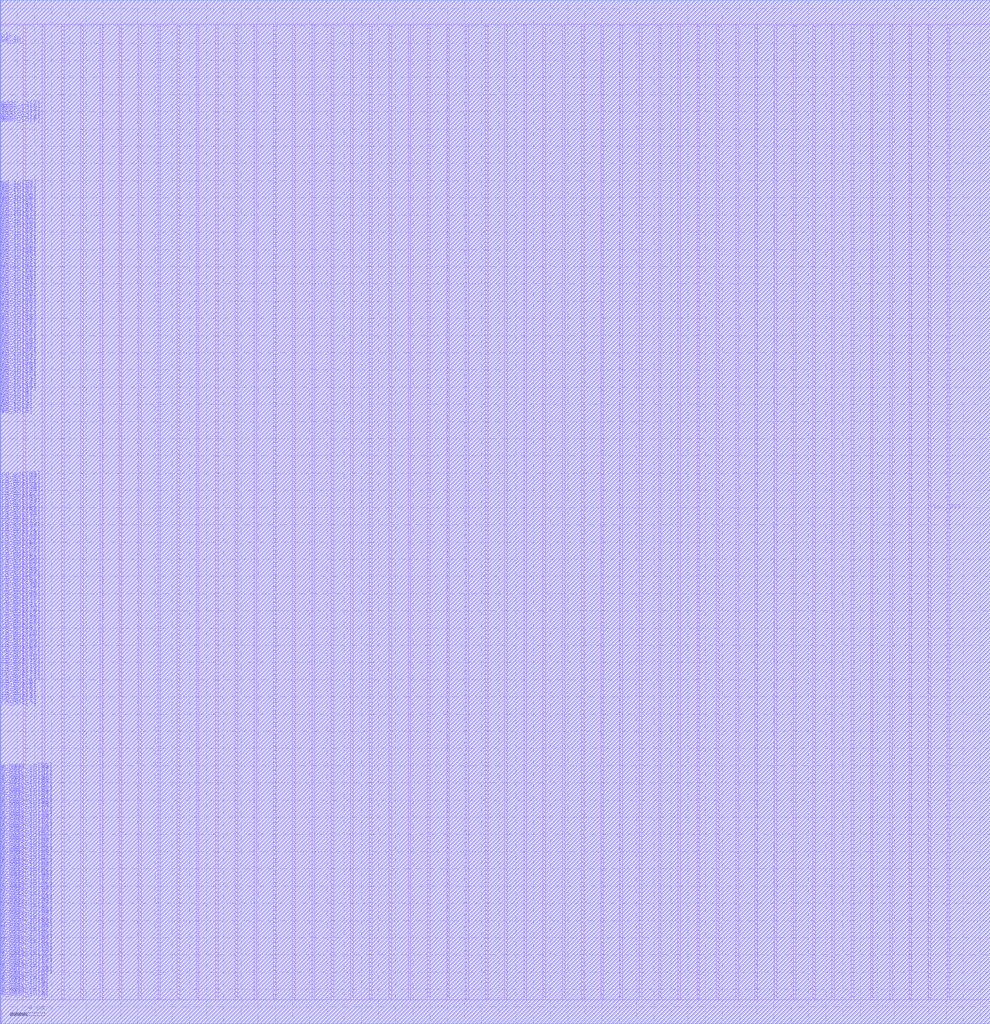
<source format=lef>
VERSION 5.7 ;
BUSBITCHARS "[]" ;
MACRO fakeram45_256x96_upper
  FOREIGN fakeram45_256x96_upper 0 0 ;
  SYMMETRY X Y R90 ;
  SIZE 0.19 BY 1.4 ;
  CLASS BLOCK ;
  PIN w_mask_in[0]
    DIRECTION INPUT ;
    USE SIGNAL ;
    SHAPE ABUTMENT ;
    PORT
      LAYER metal18 ;
      RECT 0.000 2.800 0.070 2.870 ;
    END
  END w_mask_in[0]
  PIN w_mask_in[1]
    DIRECTION INPUT ;
    USE SIGNAL ;
    SHAPE ABUTMENT ;
    PORT
      LAYER metal18 ;
      RECT 0.000 3.080 0.070 3.150 ;
    END
  END w_mask_in[1]
  PIN w_mask_in[2]
    DIRECTION INPUT ;
    USE SIGNAL ;
    SHAPE ABUTMENT ;
    PORT
      LAYER metal18 ;
      RECT 0.000 3.360 0.070 3.430 ;
    END
  END w_mask_in[2]
  PIN w_mask_in[3]
    DIRECTION INPUT ;
    USE SIGNAL ;
    SHAPE ABUTMENT ;
    PORT
      LAYER metal18 ;
      RECT 0.000 3.640 0.070 3.710 ;
    END
  END w_mask_in[3]
  PIN w_mask_in[4]
    DIRECTION INPUT ;
    USE SIGNAL ;
    SHAPE ABUTMENT ;
    PORT
      LAYER metal18 ;
      RECT 0.000 3.920 0.070 3.990 ;
    END
  END w_mask_in[4]
  PIN w_mask_in[5]
    DIRECTION INPUT ;
    USE SIGNAL ;
    SHAPE ABUTMENT ;
    PORT
      LAYER metal18 ;
      RECT 0.000 4.200 0.070 4.270 ;
    END
  END w_mask_in[5]
  PIN w_mask_in[6]
    DIRECTION INPUT ;
    USE SIGNAL ;
    SHAPE ABUTMENT ;
    PORT
      LAYER metal18 ;
      RECT 0.000 4.480 0.070 4.550 ;
    END
  END w_mask_in[6]
  PIN w_mask_in[7]
    DIRECTION INPUT ;
    USE SIGNAL ;
    SHAPE ABUTMENT ;
    PORT
      LAYER metal18 ;
      RECT 0.000 4.760 0.070 4.830 ;
    END
  END w_mask_in[7]
  PIN w_mask_in[8]
    DIRECTION INPUT ;
    USE SIGNAL ;
    SHAPE ABUTMENT ;
    PORT
      LAYER metal18 ;
      RECT 0.000 5.040 0.070 5.110 ;
    END
  END w_mask_in[8]
  PIN w_mask_in[9]
    DIRECTION INPUT ;
    USE SIGNAL ;
    SHAPE ABUTMENT ;
    PORT
      LAYER metal18 ;
      RECT 0.000 5.320 0.070 5.390 ;
    END
  END w_mask_in[9]
  PIN w_mask_in[10]
    DIRECTION INPUT ;
    USE SIGNAL ;
    SHAPE ABUTMENT ;
    PORT
      LAYER metal18 ;
      RECT 0.000 5.600 0.070 5.670 ;
    END
  END w_mask_in[10]
  PIN w_mask_in[11]
    DIRECTION INPUT ;
    USE SIGNAL ;
    SHAPE ABUTMENT ;
    PORT
      LAYER metal18 ;
      RECT 0.000 5.880 0.070 5.950 ;
    END
  END w_mask_in[11]
  PIN w_mask_in[12]
    DIRECTION INPUT ;
    USE SIGNAL ;
    SHAPE ABUTMENT ;
    PORT
      LAYER metal18 ;
      RECT 0.000 6.160 0.070 6.230 ;
    END
  END w_mask_in[12]
  PIN w_mask_in[13]
    DIRECTION INPUT ;
    USE SIGNAL ;
    SHAPE ABUTMENT ;
    PORT
      LAYER metal18 ;
      RECT 0.000 6.440 0.070 6.510 ;
    END
  END w_mask_in[13]
  PIN w_mask_in[14]
    DIRECTION INPUT ;
    USE SIGNAL ;
    SHAPE ABUTMENT ;
    PORT
      LAYER metal18 ;
      RECT 0.000 6.720 0.070 6.790 ;
    END
  END w_mask_in[14]
  PIN w_mask_in[15]
    DIRECTION INPUT ;
    USE SIGNAL ;
    SHAPE ABUTMENT ;
    PORT
      LAYER metal18 ;
      RECT 0.000 7.000 0.070 7.070 ;
    END
  END w_mask_in[15]
  PIN w_mask_in[16]
    DIRECTION INPUT ;
    USE SIGNAL ;
    SHAPE ABUTMENT ;
    PORT
      LAYER metal18 ;
      RECT 0.000 7.280 0.070 7.350 ;
    END
  END w_mask_in[16]
  PIN w_mask_in[17]
    DIRECTION INPUT ;
    USE SIGNAL ;
    SHAPE ABUTMENT ;
    PORT
      LAYER metal18 ;
      RECT 0.000 7.560 0.070 7.630 ;
    END
  END w_mask_in[17]
  PIN w_mask_in[18]
    DIRECTION INPUT ;
    USE SIGNAL ;
    SHAPE ABUTMENT ;
    PORT
      LAYER metal18 ;
      RECT 0.000 7.840 0.070 7.910 ;
    END
  END w_mask_in[18]
  PIN w_mask_in[19]
    DIRECTION INPUT ;
    USE SIGNAL ;
    SHAPE ABUTMENT ;
    PORT
      LAYER metal18 ;
      RECT 0.000 8.120 0.070 8.190 ;
    END
  END w_mask_in[19]
  PIN w_mask_in[20]
    DIRECTION INPUT ;
    USE SIGNAL ;
    SHAPE ABUTMENT ;
    PORT
      LAYER metal18 ;
      RECT 0.000 8.400 0.070 8.470 ;
    END
  END w_mask_in[20]
  PIN w_mask_in[21]
    DIRECTION INPUT ;
    USE SIGNAL ;
    SHAPE ABUTMENT ;
    PORT
      LAYER metal18 ;
      RECT 0.000 8.680 0.070 8.750 ;
    END
  END w_mask_in[21]
  PIN w_mask_in[22]
    DIRECTION INPUT ;
    USE SIGNAL ;
    SHAPE ABUTMENT ;
    PORT
      LAYER metal18 ;
      RECT 0.000 8.960 0.070 9.030 ;
    END
  END w_mask_in[22]
  PIN w_mask_in[23]
    DIRECTION INPUT ;
    USE SIGNAL ;
    SHAPE ABUTMENT ;
    PORT
      LAYER metal18 ;
      RECT 0.000 9.240 0.070 9.310 ;
    END
  END w_mask_in[23]
  PIN w_mask_in[24]
    DIRECTION INPUT ;
    USE SIGNAL ;
    SHAPE ABUTMENT ;
    PORT
      LAYER metal18 ;
      RECT 0.000 9.520 0.070 9.590 ;
    END
  END w_mask_in[24]
  PIN w_mask_in[25]
    DIRECTION INPUT ;
    USE SIGNAL ;
    SHAPE ABUTMENT ;
    PORT
      LAYER metal18 ;
      RECT 0.000 9.800 0.070 9.870 ;
    END
  END w_mask_in[25]
  PIN w_mask_in[26]
    DIRECTION INPUT ;
    USE SIGNAL ;
    SHAPE ABUTMENT ;
    PORT
      LAYER metal18 ;
      RECT 0.000 10.080 0.070 10.150 ;
    END
  END w_mask_in[26]
  PIN w_mask_in[27]
    DIRECTION INPUT ;
    USE SIGNAL ;
    SHAPE ABUTMENT ;
    PORT
      LAYER metal18 ;
      RECT 0.000 10.360 0.070 10.430 ;
    END
  END w_mask_in[27]
  PIN w_mask_in[28]
    DIRECTION INPUT ;
    USE SIGNAL ;
    SHAPE ABUTMENT ;
    PORT
      LAYER metal18 ;
      RECT 0.000 10.640 0.070 10.710 ;
    END
  END w_mask_in[28]
  PIN w_mask_in[29]
    DIRECTION INPUT ;
    USE SIGNAL ;
    SHAPE ABUTMENT ;
    PORT
      LAYER metal18 ;
      RECT 0.000 10.920 0.070 10.990 ;
    END
  END w_mask_in[29]
  PIN w_mask_in[30]
    DIRECTION INPUT ;
    USE SIGNAL ;
    SHAPE ABUTMENT ;
    PORT
      LAYER metal18 ;
      RECT 0.000 11.200 0.070 11.270 ;
    END
  END w_mask_in[30]
  PIN w_mask_in[31]
    DIRECTION INPUT ;
    USE SIGNAL ;
    SHAPE ABUTMENT ;
    PORT
      LAYER metal18 ;
      RECT 0.000 11.480 0.070 11.550 ;
    END
  END w_mask_in[31]
  PIN w_mask_in[32]
    DIRECTION INPUT ;
    USE SIGNAL ;
    SHAPE ABUTMENT ;
    PORT
      LAYER metal18 ;
      RECT 0.000 11.760 0.070 11.830 ;
    END
  END w_mask_in[32]
  PIN w_mask_in[33]
    DIRECTION INPUT ;
    USE SIGNAL ;
    SHAPE ABUTMENT ;
    PORT
      LAYER metal18 ;
      RECT 0.000 12.040 0.070 12.110 ;
    END
  END w_mask_in[33]
  PIN w_mask_in[34]
    DIRECTION INPUT ;
    USE SIGNAL ;
    SHAPE ABUTMENT ;
    PORT
      LAYER metal18 ;
      RECT 0.000 12.320 0.070 12.390 ;
    END
  END w_mask_in[34]
  PIN w_mask_in[35]
    DIRECTION INPUT ;
    USE SIGNAL ;
    SHAPE ABUTMENT ;
    PORT
      LAYER metal18 ;
      RECT 0.000 12.600 0.070 12.670 ;
    END
  END w_mask_in[35]
  PIN w_mask_in[36]
    DIRECTION INPUT ;
    USE SIGNAL ;
    SHAPE ABUTMENT ;
    PORT
      LAYER metal18 ;
      RECT 0.000 12.880 0.070 12.950 ;
    END
  END w_mask_in[36]
  PIN w_mask_in[37]
    DIRECTION INPUT ;
    USE SIGNAL ;
    SHAPE ABUTMENT ;
    PORT
      LAYER metal18 ;
      RECT 0.000 13.160 0.070 13.230 ;
    END
  END w_mask_in[37]
  PIN w_mask_in[38]
    DIRECTION INPUT ;
    USE SIGNAL ;
    SHAPE ABUTMENT ;
    PORT
      LAYER metal18 ;
      RECT 0.000 13.440 0.070 13.510 ;
    END
  END w_mask_in[38]
  PIN w_mask_in[39]
    DIRECTION INPUT ;
    USE SIGNAL ;
    SHAPE ABUTMENT ;
    PORT
      LAYER metal18 ;
      RECT 0.000 13.720 0.070 13.790 ;
    END
  END w_mask_in[39]
  PIN w_mask_in[40]
    DIRECTION INPUT ;
    USE SIGNAL ;
    SHAPE ABUTMENT ;
    PORT
      LAYER metal18 ;
      RECT 0.000 14.000 0.070 14.070 ;
    END
  END w_mask_in[40]
  PIN w_mask_in[41]
    DIRECTION INPUT ;
    USE SIGNAL ;
    SHAPE ABUTMENT ;
    PORT
      LAYER metal18 ;
      RECT 0.000 14.280 0.070 14.350 ;
    END
  END w_mask_in[41]
  PIN w_mask_in[42]
    DIRECTION INPUT ;
    USE SIGNAL ;
    SHAPE ABUTMENT ;
    PORT
      LAYER metal18 ;
      RECT 0.000 14.560 0.070 14.630 ;
    END
  END w_mask_in[42]
  PIN w_mask_in[43]
    DIRECTION INPUT ;
    USE SIGNAL ;
    SHAPE ABUTMENT ;
    PORT
      LAYER metal18 ;
      RECT 0.000 14.840 0.070 14.910 ;
    END
  END w_mask_in[43]
  PIN w_mask_in[44]
    DIRECTION INPUT ;
    USE SIGNAL ;
    SHAPE ABUTMENT ;
    PORT
      LAYER metal18 ;
      RECT 0.000 15.120 0.070 15.190 ;
    END
  END w_mask_in[44]
  PIN w_mask_in[45]
    DIRECTION INPUT ;
    USE SIGNAL ;
    SHAPE ABUTMENT ;
    PORT
      LAYER metal18 ;
      RECT 0.000 15.400 0.070 15.470 ;
    END
  END w_mask_in[45]
  PIN w_mask_in[46]
    DIRECTION INPUT ;
    USE SIGNAL ;
    SHAPE ABUTMENT ;
    PORT
      LAYER metal18 ;
      RECT 0.000 15.680 0.070 15.750 ;
    END
  END w_mask_in[46]
  PIN w_mask_in[47]
    DIRECTION INPUT ;
    USE SIGNAL ;
    SHAPE ABUTMENT ;
    PORT
      LAYER metal18 ;
      RECT 0.000 15.960 0.070 16.030 ;
    END
  END w_mask_in[47]
  PIN w_mask_in[48]
    DIRECTION INPUT ;
    USE SIGNAL ;
    SHAPE ABUTMENT ;
    PORT
      LAYER metal18 ;
      RECT 0.000 16.240 0.070 16.310 ;
    END
  END w_mask_in[48]
  PIN w_mask_in[49]
    DIRECTION INPUT ;
    USE SIGNAL ;
    SHAPE ABUTMENT ;
    PORT
      LAYER metal18 ;
      RECT 0.000 16.520 0.070 16.590 ;
    END
  END w_mask_in[49]
  PIN w_mask_in[50]
    DIRECTION INPUT ;
    USE SIGNAL ;
    SHAPE ABUTMENT ;
    PORT
      LAYER metal18 ;
      RECT 0.000 16.800 0.070 16.870 ;
    END
  END w_mask_in[50]
  PIN w_mask_in[51]
    DIRECTION INPUT ;
    USE SIGNAL ;
    SHAPE ABUTMENT ;
    PORT
      LAYER metal18 ;
      RECT 0.000 17.080 0.070 17.150 ;
    END
  END w_mask_in[51]
  PIN w_mask_in[52]
    DIRECTION INPUT ;
    USE SIGNAL ;
    SHAPE ABUTMENT ;
    PORT
      LAYER metal18 ;
      RECT 0.000 17.360 0.070 17.430 ;
    END
  END w_mask_in[52]
  PIN w_mask_in[53]
    DIRECTION INPUT ;
    USE SIGNAL ;
    SHAPE ABUTMENT ;
    PORT
      LAYER metal18 ;
      RECT 0.000 17.640 0.070 17.710 ;
    END
  END w_mask_in[53]
  PIN w_mask_in[54]
    DIRECTION INPUT ;
    USE SIGNAL ;
    SHAPE ABUTMENT ;
    PORT
      LAYER metal18 ;
      RECT 0.000 17.920 0.070 17.990 ;
    END
  END w_mask_in[54]
  PIN w_mask_in[55]
    DIRECTION INPUT ;
    USE SIGNAL ;
    SHAPE ABUTMENT ;
    PORT
      LAYER metal18 ;
      RECT 0.000 18.200 0.070 18.270 ;
    END
  END w_mask_in[55]
  PIN w_mask_in[56]
    DIRECTION INPUT ;
    USE SIGNAL ;
    SHAPE ABUTMENT ;
    PORT
      LAYER metal18 ;
      RECT 0.000 18.480 0.070 18.550 ;
    END
  END w_mask_in[56]
  PIN w_mask_in[57]
    DIRECTION INPUT ;
    USE SIGNAL ;
    SHAPE ABUTMENT ;
    PORT
      LAYER metal18 ;
      RECT 0.000 18.760 0.070 18.830 ;
    END
  END w_mask_in[57]
  PIN w_mask_in[58]
    DIRECTION INPUT ;
    USE SIGNAL ;
    SHAPE ABUTMENT ;
    PORT
      LAYER metal18 ;
      RECT 0.000 19.040 0.070 19.110 ;
    END
  END w_mask_in[58]
  PIN w_mask_in[59]
    DIRECTION INPUT ;
    USE SIGNAL ;
    SHAPE ABUTMENT ;
    PORT
      LAYER metal18 ;
      RECT 0.000 19.320 0.070 19.390 ;
    END
  END w_mask_in[59]
  PIN w_mask_in[60]
    DIRECTION INPUT ;
    USE SIGNAL ;
    SHAPE ABUTMENT ;
    PORT
      LAYER metal18 ;
      RECT 0.000 19.600 0.070 19.670 ;
    END
  END w_mask_in[60]
  PIN w_mask_in[61]
    DIRECTION INPUT ;
    USE SIGNAL ;
    SHAPE ABUTMENT ;
    PORT
      LAYER metal18 ;
      RECT 0.000 19.880 0.070 19.950 ;
    END
  END w_mask_in[61]
  PIN w_mask_in[62]
    DIRECTION INPUT ;
    USE SIGNAL ;
    SHAPE ABUTMENT ;
    PORT
      LAYER metal18 ;
      RECT 0.000 20.160 0.070 20.230 ;
    END
  END w_mask_in[62]
  PIN w_mask_in[63]
    DIRECTION INPUT ;
    USE SIGNAL ;
    SHAPE ABUTMENT ;
    PORT
      LAYER metal18 ;
      RECT 0.000 20.440 0.070 20.510 ;
    END
  END w_mask_in[63]
  PIN w_mask_in[64]
    DIRECTION INPUT ;
    USE SIGNAL ;
    SHAPE ABUTMENT ;
    PORT
      LAYER metal18 ;
      RECT 0.000 20.720 0.070 20.790 ;
    END
  END w_mask_in[64]
  PIN w_mask_in[65]
    DIRECTION INPUT ;
    USE SIGNAL ;
    SHAPE ABUTMENT ;
    PORT
      LAYER metal18 ;
      RECT 0.000 21.000 0.070 21.070 ;
    END
  END w_mask_in[65]
  PIN w_mask_in[66]
    DIRECTION INPUT ;
    USE SIGNAL ;
    SHAPE ABUTMENT ;
    PORT
      LAYER metal18 ;
      RECT 0.000 21.280 0.070 21.350 ;
    END
  END w_mask_in[66]
  PIN w_mask_in[67]
    DIRECTION INPUT ;
    USE SIGNAL ;
    SHAPE ABUTMENT ;
    PORT
      LAYER metal18 ;
      RECT 0.000 21.560 0.070 21.630 ;
    END
  END w_mask_in[67]
  PIN w_mask_in[68]
    DIRECTION INPUT ;
    USE SIGNAL ;
    SHAPE ABUTMENT ;
    PORT
      LAYER metal18 ;
      RECT 0.000 21.840 0.070 21.910 ;
    END
  END w_mask_in[68]
  PIN w_mask_in[69]
    DIRECTION INPUT ;
    USE SIGNAL ;
    SHAPE ABUTMENT ;
    PORT
      LAYER metal18 ;
      RECT 0.000 22.120 0.070 22.190 ;
    END
  END w_mask_in[69]
  PIN w_mask_in[70]
    DIRECTION INPUT ;
    USE SIGNAL ;
    SHAPE ABUTMENT ;
    PORT
      LAYER metal18 ;
      RECT 0.000 22.400 0.070 22.470 ;
    END
  END w_mask_in[70]
  PIN w_mask_in[71]
    DIRECTION INPUT ;
    USE SIGNAL ;
    SHAPE ABUTMENT ;
    PORT
      LAYER metal18 ;
      RECT 0.000 22.680 0.070 22.750 ;
    END
  END w_mask_in[71]
  PIN w_mask_in[72]
    DIRECTION INPUT ;
    USE SIGNAL ;
    SHAPE ABUTMENT ;
    PORT
      LAYER metal18 ;
      RECT 0.000 22.960 0.070 23.030 ;
    END
  END w_mask_in[72]
  PIN w_mask_in[73]
    DIRECTION INPUT ;
    USE SIGNAL ;
    SHAPE ABUTMENT ;
    PORT
      LAYER metal18 ;
      RECT 0.000 23.240 0.070 23.310 ;
    END
  END w_mask_in[73]
  PIN w_mask_in[74]
    DIRECTION INPUT ;
    USE SIGNAL ;
    SHAPE ABUTMENT ;
    PORT
      LAYER metal18 ;
      RECT 0.000 23.520 0.070 23.590 ;
    END
  END w_mask_in[74]
  PIN w_mask_in[75]
    DIRECTION INPUT ;
    USE SIGNAL ;
    SHAPE ABUTMENT ;
    PORT
      LAYER metal18 ;
      RECT 0.000 23.800 0.070 23.870 ;
    END
  END w_mask_in[75]
  PIN w_mask_in[76]
    DIRECTION INPUT ;
    USE SIGNAL ;
    SHAPE ABUTMENT ;
    PORT
      LAYER metal18 ;
      RECT 0.000 24.080 0.070 24.150 ;
    END
  END w_mask_in[76]
  PIN w_mask_in[77]
    DIRECTION INPUT ;
    USE SIGNAL ;
    SHAPE ABUTMENT ;
    PORT
      LAYER metal18 ;
      RECT 0.000 24.360 0.070 24.430 ;
    END
  END w_mask_in[77]
  PIN w_mask_in[78]
    DIRECTION INPUT ;
    USE SIGNAL ;
    SHAPE ABUTMENT ;
    PORT
      LAYER metal18 ;
      RECT 0.000 24.640 0.070 24.710 ;
    END
  END w_mask_in[78]
  PIN w_mask_in[79]
    DIRECTION INPUT ;
    USE SIGNAL ;
    SHAPE ABUTMENT ;
    PORT
      LAYER metal18 ;
      RECT 0.000 24.920 0.070 24.990 ;
    END
  END w_mask_in[79]
  PIN w_mask_in[80]
    DIRECTION INPUT ;
    USE SIGNAL ;
    SHAPE ABUTMENT ;
    PORT
      LAYER metal18 ;
      RECT 0.000 25.200 0.070 25.270 ;
    END
  END w_mask_in[80]
  PIN w_mask_in[81]
    DIRECTION INPUT ;
    USE SIGNAL ;
    SHAPE ABUTMENT ;
    PORT
      LAYER metal18 ;
      RECT 0.000 25.480 0.070 25.550 ;
    END
  END w_mask_in[81]
  PIN w_mask_in[82]
    DIRECTION INPUT ;
    USE SIGNAL ;
    SHAPE ABUTMENT ;
    PORT
      LAYER metal18 ;
      RECT 0.000 25.760 0.070 25.830 ;
    END
  END w_mask_in[82]
  PIN w_mask_in[83]
    DIRECTION INPUT ;
    USE SIGNAL ;
    SHAPE ABUTMENT ;
    PORT
      LAYER metal18 ;
      RECT 0.000 26.040 0.070 26.110 ;
    END
  END w_mask_in[83]
  PIN w_mask_in[84]
    DIRECTION INPUT ;
    USE SIGNAL ;
    SHAPE ABUTMENT ;
    PORT
      LAYER metal18 ;
      RECT 0.000 26.320 0.070 26.390 ;
    END
  END w_mask_in[84]
  PIN w_mask_in[85]
    DIRECTION INPUT ;
    USE SIGNAL ;
    SHAPE ABUTMENT ;
    PORT
      LAYER metal18 ;
      RECT 0.000 26.600 0.070 26.670 ;
    END
  END w_mask_in[85]
  PIN w_mask_in[86]
    DIRECTION INPUT ;
    USE SIGNAL ;
    SHAPE ABUTMENT ;
    PORT
      LAYER metal18 ;
      RECT 0.000 26.880 0.070 26.950 ;
    END
  END w_mask_in[86]
  PIN w_mask_in[87]
    DIRECTION INPUT ;
    USE SIGNAL ;
    SHAPE ABUTMENT ;
    PORT
      LAYER metal18 ;
      RECT 0.000 27.160 0.070 27.230 ;
    END
  END w_mask_in[87]
  PIN w_mask_in[88]
    DIRECTION INPUT ;
    USE SIGNAL ;
    SHAPE ABUTMENT ;
    PORT
      LAYER metal18 ;
      RECT 0.000 27.440 0.070 27.510 ;
    END
  END w_mask_in[88]
  PIN w_mask_in[89]
    DIRECTION INPUT ;
    USE SIGNAL ;
    SHAPE ABUTMENT ;
    PORT
      LAYER metal18 ;
      RECT 0.000 27.720 0.070 27.790 ;
    END
  END w_mask_in[89]
  PIN w_mask_in[90]
    DIRECTION INPUT ;
    USE SIGNAL ;
    SHAPE ABUTMENT ;
    PORT
      LAYER metal18 ;
      RECT 0.000 28.000 0.070 28.070 ;
    END
  END w_mask_in[90]
  PIN w_mask_in[91]
    DIRECTION INPUT ;
    USE SIGNAL ;
    SHAPE ABUTMENT ;
    PORT
      LAYER metal18 ;
      RECT 0.000 28.280 0.070 28.350 ;
    END
  END w_mask_in[91]
  PIN w_mask_in[92]
    DIRECTION INPUT ;
    USE SIGNAL ;
    SHAPE ABUTMENT ;
    PORT
      LAYER metal18 ;
      RECT 0.000 28.560 0.070 28.630 ;
    END
  END w_mask_in[92]
  PIN w_mask_in[93]
    DIRECTION INPUT ;
    USE SIGNAL ;
    SHAPE ABUTMENT ;
    PORT
      LAYER metal18 ;
      RECT 0.000 28.840 0.070 28.910 ;
    END
  END w_mask_in[93]
  PIN w_mask_in[94]
    DIRECTION INPUT ;
    USE SIGNAL ;
    SHAPE ABUTMENT ;
    PORT
      LAYER metal18 ;
      RECT 0.000 29.120 0.070 29.190 ;
    END
  END w_mask_in[94]
  PIN w_mask_in[95]
    DIRECTION INPUT ;
    USE SIGNAL ;
    SHAPE ABUTMENT ;
    PORT
      LAYER metal18 ;
      RECT 0.000 29.400 0.070 29.470 ;
    END
  END w_mask_in[95]
  PIN rd_out[0]
    DIRECTION OUTPUT ;
    USE SIGNAL ;
    SHAPE ABUTMENT ;
    PORT
      LAYER metal18 ;
      RECT 0.000 36.680 0.070 36.750 ;
    END
  END rd_out[0]
  PIN rd_out[1]
    DIRECTION OUTPUT ;
    USE SIGNAL ;
    SHAPE ABUTMENT ;
    PORT
      LAYER metal18 ;
      RECT 0.000 36.960 0.070 37.030 ;
    END
  END rd_out[1]
  PIN rd_out[2]
    DIRECTION OUTPUT ;
    USE SIGNAL ;
    SHAPE ABUTMENT ;
    PORT
      LAYER metal18 ;
      RECT 0.000 37.240 0.070 37.310 ;
    END
  END rd_out[2]
  PIN rd_out[3]
    DIRECTION OUTPUT ;
    USE SIGNAL ;
    SHAPE ABUTMENT ;
    PORT
      LAYER metal18 ;
      RECT 0.000 37.520 0.070 37.590 ;
    END
  END rd_out[3]
  PIN rd_out[4]
    DIRECTION OUTPUT ;
    USE SIGNAL ;
    SHAPE ABUTMENT ;
    PORT
      LAYER metal18 ;
      RECT 0.000 37.800 0.070 37.870 ;
    END
  END rd_out[4]
  PIN rd_out[5]
    DIRECTION OUTPUT ;
    USE SIGNAL ;
    SHAPE ABUTMENT ;
    PORT
      LAYER metal18 ;
      RECT 0.000 38.080 0.070 38.150 ;
    END
  END rd_out[5]
  PIN rd_out[6]
    DIRECTION OUTPUT ;
    USE SIGNAL ;
    SHAPE ABUTMENT ;
    PORT
      LAYER metal18 ;
      RECT 0.000 38.360 0.070 38.430 ;
    END
  END rd_out[6]
  PIN rd_out[7]
    DIRECTION OUTPUT ;
    USE SIGNAL ;
    SHAPE ABUTMENT ;
    PORT
      LAYER metal18 ;
      RECT 0.000 38.640 0.070 38.710 ;
    END
  END rd_out[7]
  PIN rd_out[8]
    DIRECTION OUTPUT ;
    USE SIGNAL ;
    SHAPE ABUTMENT ;
    PORT
      LAYER metal18 ;
      RECT 0.000 38.920 0.070 38.990 ;
    END
  END rd_out[8]
  PIN rd_out[9]
    DIRECTION OUTPUT ;
    USE SIGNAL ;
    SHAPE ABUTMENT ;
    PORT
      LAYER metal18 ;
      RECT 0.000 39.200 0.070 39.270 ;
    END
  END rd_out[9]
  PIN rd_out[10]
    DIRECTION OUTPUT ;
    USE SIGNAL ;
    SHAPE ABUTMENT ;
    PORT
      LAYER metal18 ;
      RECT 0.000 39.480 0.070 39.550 ;
    END
  END rd_out[10]
  PIN rd_out[11]
    DIRECTION OUTPUT ;
    USE SIGNAL ;
    SHAPE ABUTMENT ;
    PORT
      LAYER metal18 ;
      RECT 0.000 39.760 0.070 39.830 ;
    END
  END rd_out[11]
  PIN rd_out[12]
    DIRECTION OUTPUT ;
    USE SIGNAL ;
    SHAPE ABUTMENT ;
    PORT
      LAYER metal18 ;
      RECT 0.000 40.040 0.070 40.110 ;
    END
  END rd_out[12]
  PIN rd_out[13]
    DIRECTION OUTPUT ;
    USE SIGNAL ;
    SHAPE ABUTMENT ;
    PORT
      LAYER metal18 ;
      RECT 0.000 40.320 0.070 40.390 ;
    END
  END rd_out[13]
  PIN rd_out[14]
    DIRECTION OUTPUT ;
    USE SIGNAL ;
    SHAPE ABUTMENT ;
    PORT
      LAYER metal18 ;
      RECT 0.000 40.600 0.070 40.670 ;
    END
  END rd_out[14]
  PIN rd_out[15]
    DIRECTION OUTPUT ;
    USE SIGNAL ;
    SHAPE ABUTMENT ;
    PORT
      LAYER metal18 ;
      RECT 0.000 40.880 0.070 40.950 ;
    END
  END rd_out[15]
  PIN rd_out[16]
    DIRECTION OUTPUT ;
    USE SIGNAL ;
    SHAPE ABUTMENT ;
    PORT
      LAYER metal18 ;
      RECT 0.000 41.160 0.070 41.230 ;
    END
  END rd_out[16]
  PIN rd_out[17]
    DIRECTION OUTPUT ;
    USE SIGNAL ;
    SHAPE ABUTMENT ;
    PORT
      LAYER metal18 ;
      RECT 0.000 41.440 0.070 41.510 ;
    END
  END rd_out[17]
  PIN rd_out[18]
    DIRECTION OUTPUT ;
    USE SIGNAL ;
    SHAPE ABUTMENT ;
    PORT
      LAYER metal18 ;
      RECT 0.000 41.720 0.070 41.790 ;
    END
  END rd_out[18]
  PIN rd_out[19]
    DIRECTION OUTPUT ;
    USE SIGNAL ;
    SHAPE ABUTMENT ;
    PORT
      LAYER metal18 ;
      RECT 0.000 42.000 0.070 42.070 ;
    END
  END rd_out[19]
  PIN rd_out[20]
    DIRECTION OUTPUT ;
    USE SIGNAL ;
    SHAPE ABUTMENT ;
    PORT
      LAYER metal18 ;
      RECT 0.000 42.280 0.070 42.350 ;
    END
  END rd_out[20]
  PIN rd_out[21]
    DIRECTION OUTPUT ;
    USE SIGNAL ;
    SHAPE ABUTMENT ;
    PORT
      LAYER metal18 ;
      RECT 0.000 42.560 0.070 42.630 ;
    END
  END rd_out[21]
  PIN rd_out[22]
    DIRECTION OUTPUT ;
    USE SIGNAL ;
    SHAPE ABUTMENT ;
    PORT
      LAYER metal18 ;
      RECT 0.000 42.840 0.070 42.910 ;
    END
  END rd_out[22]
  PIN rd_out[23]
    DIRECTION OUTPUT ;
    USE SIGNAL ;
    SHAPE ABUTMENT ;
    PORT
      LAYER metal18 ;
      RECT 0.000 43.120 0.070 43.190 ;
    END
  END rd_out[23]
  PIN rd_out[24]
    DIRECTION OUTPUT ;
    USE SIGNAL ;
    SHAPE ABUTMENT ;
    PORT
      LAYER metal18 ;
      RECT 0.000 43.400 0.070 43.470 ;
    END
  END rd_out[24]
  PIN rd_out[25]
    DIRECTION OUTPUT ;
    USE SIGNAL ;
    SHAPE ABUTMENT ;
    PORT
      LAYER metal18 ;
      RECT 0.000 43.680 0.070 43.750 ;
    END
  END rd_out[25]
  PIN rd_out[26]
    DIRECTION OUTPUT ;
    USE SIGNAL ;
    SHAPE ABUTMENT ;
    PORT
      LAYER metal18 ;
      RECT 0.000 43.960 0.070 44.030 ;
    END
  END rd_out[26]
  PIN rd_out[27]
    DIRECTION OUTPUT ;
    USE SIGNAL ;
    SHAPE ABUTMENT ;
    PORT
      LAYER metal18 ;
      RECT 0.000 44.240 0.070 44.310 ;
    END
  END rd_out[27]
  PIN rd_out[28]
    DIRECTION OUTPUT ;
    USE SIGNAL ;
    SHAPE ABUTMENT ;
    PORT
      LAYER metal18 ;
      RECT 0.000 44.520 0.070 44.590 ;
    END
  END rd_out[28]
  PIN rd_out[29]
    DIRECTION OUTPUT ;
    USE SIGNAL ;
    SHAPE ABUTMENT ;
    PORT
      LAYER metal18 ;
      RECT 0.000 44.800 0.070 44.870 ;
    END
  END rd_out[29]
  PIN rd_out[30]
    DIRECTION OUTPUT ;
    USE SIGNAL ;
    SHAPE ABUTMENT ;
    PORT
      LAYER metal18 ;
      RECT 0.000 45.080 0.070 45.150 ;
    END
  END rd_out[30]
  PIN rd_out[31]
    DIRECTION OUTPUT ;
    USE SIGNAL ;
    SHAPE ABUTMENT ;
    PORT
      LAYER metal18 ;
      RECT 0.000 45.360 0.070 45.430 ;
    END
  END rd_out[31]
  PIN rd_out[32]
    DIRECTION OUTPUT ;
    USE SIGNAL ;
    SHAPE ABUTMENT ;
    PORT
      LAYER metal18 ;
      RECT 0.000 45.640 0.070 45.710 ;
    END
  END rd_out[32]
  PIN rd_out[33]
    DIRECTION OUTPUT ;
    USE SIGNAL ;
    SHAPE ABUTMENT ;
    PORT
      LAYER metal18 ;
      RECT 0.000 45.920 0.070 45.990 ;
    END
  END rd_out[33]
  PIN rd_out[34]
    DIRECTION OUTPUT ;
    USE SIGNAL ;
    SHAPE ABUTMENT ;
    PORT
      LAYER metal18 ;
      RECT 0.000 46.200 0.070 46.270 ;
    END
  END rd_out[34]
  PIN rd_out[35]
    DIRECTION OUTPUT ;
    USE SIGNAL ;
    SHAPE ABUTMENT ;
    PORT
      LAYER metal18 ;
      RECT 0.000 46.480 0.070 46.550 ;
    END
  END rd_out[35]
  PIN rd_out[36]
    DIRECTION OUTPUT ;
    USE SIGNAL ;
    SHAPE ABUTMENT ;
    PORT
      LAYER metal18 ;
      RECT 0.000 46.760 0.070 46.830 ;
    END
  END rd_out[36]
  PIN rd_out[37]
    DIRECTION OUTPUT ;
    USE SIGNAL ;
    SHAPE ABUTMENT ;
    PORT
      LAYER metal18 ;
      RECT 0.000 47.040 0.070 47.110 ;
    END
  END rd_out[37]
  PIN rd_out[38]
    DIRECTION OUTPUT ;
    USE SIGNAL ;
    SHAPE ABUTMENT ;
    PORT
      LAYER metal18 ;
      RECT 0.000 47.320 0.070 47.390 ;
    END
  END rd_out[38]
  PIN rd_out[39]
    DIRECTION OUTPUT ;
    USE SIGNAL ;
    SHAPE ABUTMENT ;
    PORT
      LAYER metal18 ;
      RECT 0.000 47.600 0.070 47.670 ;
    END
  END rd_out[39]
  PIN rd_out[40]
    DIRECTION OUTPUT ;
    USE SIGNAL ;
    SHAPE ABUTMENT ;
    PORT
      LAYER metal18 ;
      RECT 0.000 47.880 0.070 47.950 ;
    END
  END rd_out[40]
  PIN rd_out[41]
    DIRECTION OUTPUT ;
    USE SIGNAL ;
    SHAPE ABUTMENT ;
    PORT
      LAYER metal18 ;
      RECT 0.000 48.160 0.070 48.230 ;
    END
  END rd_out[41]
  PIN rd_out[42]
    DIRECTION OUTPUT ;
    USE SIGNAL ;
    SHAPE ABUTMENT ;
    PORT
      LAYER metal18 ;
      RECT 0.000 48.440 0.070 48.510 ;
    END
  END rd_out[42]
  PIN rd_out[43]
    DIRECTION OUTPUT ;
    USE SIGNAL ;
    SHAPE ABUTMENT ;
    PORT
      LAYER metal18 ;
      RECT 0.000 48.720 0.070 48.790 ;
    END
  END rd_out[43]
  PIN rd_out[44]
    DIRECTION OUTPUT ;
    USE SIGNAL ;
    SHAPE ABUTMENT ;
    PORT
      LAYER metal18 ;
      RECT 0.000 49.000 0.070 49.070 ;
    END
  END rd_out[44]
  PIN rd_out[45]
    DIRECTION OUTPUT ;
    USE SIGNAL ;
    SHAPE ABUTMENT ;
    PORT
      LAYER metal18 ;
      RECT 0.000 49.280 0.070 49.350 ;
    END
  END rd_out[45]
  PIN rd_out[46]
    DIRECTION OUTPUT ;
    USE SIGNAL ;
    SHAPE ABUTMENT ;
    PORT
      LAYER metal18 ;
      RECT 0.000 49.560 0.070 49.630 ;
    END
  END rd_out[46]
  PIN rd_out[47]
    DIRECTION OUTPUT ;
    USE SIGNAL ;
    SHAPE ABUTMENT ;
    PORT
      LAYER metal18 ;
      RECT 0.000 49.840 0.070 49.910 ;
    END
  END rd_out[47]
  PIN rd_out[48]
    DIRECTION OUTPUT ;
    USE SIGNAL ;
    SHAPE ABUTMENT ;
    PORT
      LAYER metal18 ;
      RECT 0.000 50.120 0.070 50.190 ;
    END
  END rd_out[48]
  PIN rd_out[49]
    DIRECTION OUTPUT ;
    USE SIGNAL ;
    SHAPE ABUTMENT ;
    PORT
      LAYER metal18 ;
      RECT 0.000 50.400 0.070 50.470 ;
    END
  END rd_out[49]
  PIN rd_out[50]
    DIRECTION OUTPUT ;
    USE SIGNAL ;
    SHAPE ABUTMENT ;
    PORT
      LAYER metal18 ;
      RECT 0.000 50.680 0.070 50.750 ;
    END
  END rd_out[50]
  PIN rd_out[51]
    DIRECTION OUTPUT ;
    USE SIGNAL ;
    SHAPE ABUTMENT ;
    PORT
      LAYER metal18 ;
      RECT 0.000 50.960 0.070 51.030 ;
    END
  END rd_out[51]
  PIN rd_out[52]
    DIRECTION OUTPUT ;
    USE SIGNAL ;
    SHAPE ABUTMENT ;
    PORT
      LAYER metal18 ;
      RECT 0.000 51.240 0.070 51.310 ;
    END
  END rd_out[52]
  PIN rd_out[53]
    DIRECTION OUTPUT ;
    USE SIGNAL ;
    SHAPE ABUTMENT ;
    PORT
      LAYER metal18 ;
      RECT 0.000 51.520 0.070 51.590 ;
    END
  END rd_out[53]
  PIN rd_out[54]
    DIRECTION OUTPUT ;
    USE SIGNAL ;
    SHAPE ABUTMENT ;
    PORT
      LAYER metal18 ;
      RECT 0.000 51.800 0.070 51.870 ;
    END
  END rd_out[54]
  PIN rd_out[55]
    DIRECTION OUTPUT ;
    USE SIGNAL ;
    SHAPE ABUTMENT ;
    PORT
      LAYER metal18 ;
      RECT 0.000 52.080 0.070 52.150 ;
    END
  END rd_out[55]
  PIN rd_out[56]
    DIRECTION OUTPUT ;
    USE SIGNAL ;
    SHAPE ABUTMENT ;
    PORT
      LAYER metal18 ;
      RECT 0.000 52.360 0.070 52.430 ;
    END
  END rd_out[56]
  PIN rd_out[57]
    DIRECTION OUTPUT ;
    USE SIGNAL ;
    SHAPE ABUTMENT ;
    PORT
      LAYER metal18 ;
      RECT 0.000 52.640 0.070 52.710 ;
    END
  END rd_out[57]
  PIN rd_out[58]
    DIRECTION OUTPUT ;
    USE SIGNAL ;
    SHAPE ABUTMENT ;
    PORT
      LAYER metal18 ;
      RECT 0.000 52.920 0.070 52.990 ;
    END
  END rd_out[58]
  PIN rd_out[59]
    DIRECTION OUTPUT ;
    USE SIGNAL ;
    SHAPE ABUTMENT ;
    PORT
      LAYER metal18 ;
      RECT 0.000 53.200 0.070 53.270 ;
    END
  END rd_out[59]
  PIN rd_out[60]
    DIRECTION OUTPUT ;
    USE SIGNAL ;
    SHAPE ABUTMENT ;
    PORT
      LAYER metal18 ;
      RECT 0.000 53.480 0.070 53.550 ;
    END
  END rd_out[60]
  PIN rd_out[61]
    DIRECTION OUTPUT ;
    USE SIGNAL ;
    SHAPE ABUTMENT ;
    PORT
      LAYER metal18 ;
      RECT 0.000 53.760 0.070 53.830 ;
    END
  END rd_out[61]
  PIN rd_out[62]
    DIRECTION OUTPUT ;
    USE SIGNAL ;
    SHAPE ABUTMENT ;
    PORT
      LAYER metal18 ;
      RECT 0.000 54.040 0.070 54.110 ;
    END
  END rd_out[62]
  PIN rd_out[63]
    DIRECTION OUTPUT ;
    USE SIGNAL ;
    SHAPE ABUTMENT ;
    PORT
      LAYER metal18 ;
      RECT 0.000 54.320 0.070 54.390 ;
    END
  END rd_out[63]
  PIN rd_out[64]
    DIRECTION OUTPUT ;
    USE SIGNAL ;
    SHAPE ABUTMENT ;
    PORT
      LAYER metal18 ;
      RECT 0.000 54.600 0.070 54.670 ;
    END
  END rd_out[64]
  PIN rd_out[65]
    DIRECTION OUTPUT ;
    USE SIGNAL ;
    SHAPE ABUTMENT ;
    PORT
      LAYER metal18 ;
      RECT 0.000 54.880 0.070 54.950 ;
    END
  END rd_out[65]
  PIN rd_out[66]
    DIRECTION OUTPUT ;
    USE SIGNAL ;
    SHAPE ABUTMENT ;
    PORT
      LAYER metal18 ;
      RECT 0.000 55.160 0.070 55.230 ;
    END
  END rd_out[66]
  PIN rd_out[67]
    DIRECTION OUTPUT ;
    USE SIGNAL ;
    SHAPE ABUTMENT ;
    PORT
      LAYER metal18 ;
      RECT 0.000 55.440 0.070 55.510 ;
    END
  END rd_out[67]
  PIN rd_out[68]
    DIRECTION OUTPUT ;
    USE SIGNAL ;
    SHAPE ABUTMENT ;
    PORT
      LAYER metal18 ;
      RECT 0.000 55.720 0.070 55.790 ;
    END
  END rd_out[68]
  PIN rd_out[69]
    DIRECTION OUTPUT ;
    USE SIGNAL ;
    SHAPE ABUTMENT ;
    PORT
      LAYER metal18 ;
      RECT 0.000 56.000 0.070 56.070 ;
    END
  END rd_out[69]
  PIN rd_out[70]
    DIRECTION OUTPUT ;
    USE SIGNAL ;
    SHAPE ABUTMENT ;
    PORT
      LAYER metal18 ;
      RECT 0.000 56.280 0.070 56.350 ;
    END
  END rd_out[70]
  PIN rd_out[71]
    DIRECTION OUTPUT ;
    USE SIGNAL ;
    SHAPE ABUTMENT ;
    PORT
      LAYER metal18 ;
      RECT 0.000 56.560 0.070 56.630 ;
    END
  END rd_out[71]
  PIN rd_out[72]
    DIRECTION OUTPUT ;
    USE SIGNAL ;
    SHAPE ABUTMENT ;
    PORT
      LAYER metal18 ;
      RECT 0.000 56.840 0.070 56.910 ;
    END
  END rd_out[72]
  PIN rd_out[73]
    DIRECTION OUTPUT ;
    USE SIGNAL ;
    SHAPE ABUTMENT ;
    PORT
      LAYER metal18 ;
      RECT 0.000 57.120 0.070 57.190 ;
    END
  END rd_out[73]
  PIN rd_out[74]
    DIRECTION OUTPUT ;
    USE SIGNAL ;
    SHAPE ABUTMENT ;
    PORT
      LAYER metal18 ;
      RECT 0.000 57.400 0.070 57.470 ;
    END
  END rd_out[74]
  PIN rd_out[75]
    DIRECTION OUTPUT ;
    USE SIGNAL ;
    SHAPE ABUTMENT ;
    PORT
      LAYER metal18 ;
      RECT 0.000 57.680 0.070 57.750 ;
    END
  END rd_out[75]
  PIN rd_out[76]
    DIRECTION OUTPUT ;
    USE SIGNAL ;
    SHAPE ABUTMENT ;
    PORT
      LAYER metal18 ;
      RECT 0.000 57.960 0.070 58.030 ;
    END
  END rd_out[76]
  PIN rd_out[77]
    DIRECTION OUTPUT ;
    USE SIGNAL ;
    SHAPE ABUTMENT ;
    PORT
      LAYER metal18 ;
      RECT 0.000 58.240 0.070 58.310 ;
    END
  END rd_out[77]
  PIN rd_out[78]
    DIRECTION OUTPUT ;
    USE SIGNAL ;
    SHAPE ABUTMENT ;
    PORT
      LAYER metal18 ;
      RECT 0.000 58.520 0.070 58.590 ;
    END
  END rd_out[78]
  PIN rd_out[79]
    DIRECTION OUTPUT ;
    USE SIGNAL ;
    SHAPE ABUTMENT ;
    PORT
      LAYER metal18 ;
      RECT 0.000 58.800 0.070 58.870 ;
    END
  END rd_out[79]
  PIN rd_out[80]
    DIRECTION OUTPUT ;
    USE SIGNAL ;
    SHAPE ABUTMENT ;
    PORT
      LAYER metal18 ;
      RECT 0.000 59.080 0.070 59.150 ;
    END
  END rd_out[80]
  PIN rd_out[81]
    DIRECTION OUTPUT ;
    USE SIGNAL ;
    SHAPE ABUTMENT ;
    PORT
      LAYER metal18 ;
      RECT 0.000 59.360 0.070 59.430 ;
    END
  END rd_out[81]
  PIN rd_out[82]
    DIRECTION OUTPUT ;
    USE SIGNAL ;
    SHAPE ABUTMENT ;
    PORT
      LAYER metal18 ;
      RECT 0.000 59.640 0.070 59.710 ;
    END
  END rd_out[82]
  PIN rd_out[83]
    DIRECTION OUTPUT ;
    USE SIGNAL ;
    SHAPE ABUTMENT ;
    PORT
      LAYER metal18 ;
      RECT 0.000 59.920 0.070 59.990 ;
    END
  END rd_out[83]
  PIN rd_out[84]
    DIRECTION OUTPUT ;
    USE SIGNAL ;
    SHAPE ABUTMENT ;
    PORT
      LAYER metal18 ;
      RECT 0.000 60.200 0.070 60.270 ;
    END
  END rd_out[84]
  PIN rd_out[85]
    DIRECTION OUTPUT ;
    USE SIGNAL ;
    SHAPE ABUTMENT ;
    PORT
      LAYER metal18 ;
      RECT 0.000 60.480 0.070 60.550 ;
    END
  END rd_out[85]
  PIN rd_out[86]
    DIRECTION OUTPUT ;
    USE SIGNAL ;
    SHAPE ABUTMENT ;
    PORT
      LAYER metal18 ;
      RECT 0.000 60.760 0.070 60.830 ;
    END
  END rd_out[86]
  PIN rd_out[87]
    DIRECTION OUTPUT ;
    USE SIGNAL ;
    SHAPE ABUTMENT ;
    PORT
      LAYER metal18 ;
      RECT 0.000 61.040 0.070 61.110 ;
    END
  END rd_out[87]
  PIN rd_out[88]
    DIRECTION OUTPUT ;
    USE SIGNAL ;
    SHAPE ABUTMENT ;
    PORT
      LAYER metal18 ;
      RECT 0.000 61.320 0.070 61.390 ;
    END
  END rd_out[88]
  PIN rd_out[89]
    DIRECTION OUTPUT ;
    USE SIGNAL ;
    SHAPE ABUTMENT ;
    PORT
      LAYER metal18 ;
      RECT 0.000 61.600 0.070 61.670 ;
    END
  END rd_out[89]
  PIN rd_out[90]
    DIRECTION OUTPUT ;
    USE SIGNAL ;
    SHAPE ABUTMENT ;
    PORT
      LAYER metal18 ;
      RECT 0.000 61.880 0.070 61.950 ;
    END
  END rd_out[90]
  PIN rd_out[91]
    DIRECTION OUTPUT ;
    USE SIGNAL ;
    SHAPE ABUTMENT ;
    PORT
      LAYER metal18 ;
      RECT 0.000 62.160 0.070 62.230 ;
    END
  END rd_out[91]
  PIN rd_out[92]
    DIRECTION OUTPUT ;
    USE SIGNAL ;
    SHAPE ABUTMENT ;
    PORT
      LAYER metal18 ;
      RECT 0.000 62.440 0.070 62.510 ;
    END
  END rd_out[92]
  PIN rd_out[93]
    DIRECTION OUTPUT ;
    USE SIGNAL ;
    SHAPE ABUTMENT ;
    PORT
      LAYER metal18 ;
      RECT 0.000 62.720 0.070 62.790 ;
    END
  END rd_out[93]
  PIN rd_out[94]
    DIRECTION OUTPUT ;
    USE SIGNAL ;
    SHAPE ABUTMENT ;
    PORT
      LAYER metal18 ;
      RECT 0.000 63.000 0.070 63.070 ;
    END
  END rd_out[94]
  PIN rd_out[95]
    DIRECTION OUTPUT ;
    USE SIGNAL ;
    SHAPE ABUTMENT ;
    PORT
      LAYER metal18 ;
      RECT 0.000 63.280 0.070 63.350 ;
    END
  END rd_out[95]
  PIN wd_in[0]
    DIRECTION INPUT ;
    USE SIGNAL ;
    SHAPE ABUTMENT ;
    PORT
      LAYER metal18 ;
      RECT 0.000 70.560 0.070 70.630 ;
    END
  END wd_in[0]
  PIN wd_in[1]
    DIRECTION INPUT ;
    USE SIGNAL ;
    SHAPE ABUTMENT ;
    PORT
      LAYER metal18 ;
      RECT 0.000 70.840 0.070 70.910 ;
    END
  END wd_in[1]
  PIN wd_in[2]
    DIRECTION INPUT ;
    USE SIGNAL ;
    SHAPE ABUTMENT ;
    PORT
      LAYER metal18 ;
      RECT 0.000 71.120 0.070 71.190 ;
    END
  END wd_in[2]
  PIN wd_in[3]
    DIRECTION INPUT ;
    USE SIGNAL ;
    SHAPE ABUTMENT ;
    PORT
      LAYER metal18 ;
      RECT 0.000 71.400 0.070 71.470 ;
    END
  END wd_in[3]
  PIN wd_in[4]
    DIRECTION INPUT ;
    USE SIGNAL ;
    SHAPE ABUTMENT ;
    PORT
      LAYER metal18 ;
      RECT 0.000 71.680 0.070 71.750 ;
    END
  END wd_in[4]
  PIN wd_in[5]
    DIRECTION INPUT ;
    USE SIGNAL ;
    SHAPE ABUTMENT ;
    PORT
      LAYER metal18 ;
      RECT 0.000 71.960 0.070 72.030 ;
    END
  END wd_in[5]
  PIN wd_in[6]
    DIRECTION INPUT ;
    USE SIGNAL ;
    SHAPE ABUTMENT ;
    PORT
      LAYER metal18 ;
      RECT 0.000 72.240 0.070 72.310 ;
    END
  END wd_in[6]
  PIN wd_in[7]
    DIRECTION INPUT ;
    USE SIGNAL ;
    SHAPE ABUTMENT ;
    PORT
      LAYER metal18 ;
      RECT 0.000 72.520 0.070 72.590 ;
    END
  END wd_in[7]
  PIN wd_in[8]
    DIRECTION INPUT ;
    USE SIGNAL ;
    SHAPE ABUTMENT ;
    PORT
      LAYER metal18 ;
      RECT 0.000 72.800 0.070 72.870 ;
    END
  END wd_in[8]
  PIN wd_in[9]
    DIRECTION INPUT ;
    USE SIGNAL ;
    SHAPE ABUTMENT ;
    PORT
      LAYER metal18 ;
      RECT 0.000 73.080 0.070 73.150 ;
    END
  END wd_in[9]
  PIN wd_in[10]
    DIRECTION INPUT ;
    USE SIGNAL ;
    SHAPE ABUTMENT ;
    PORT
      LAYER metal18 ;
      RECT 0.000 73.360 0.070 73.430 ;
    END
  END wd_in[10]
  PIN wd_in[11]
    DIRECTION INPUT ;
    USE SIGNAL ;
    SHAPE ABUTMENT ;
    PORT
      LAYER metal18 ;
      RECT 0.000 73.640 0.070 73.710 ;
    END
  END wd_in[11]
  PIN wd_in[12]
    DIRECTION INPUT ;
    USE SIGNAL ;
    SHAPE ABUTMENT ;
    PORT
      LAYER metal18 ;
      RECT 0.000 73.920 0.070 73.990 ;
    END
  END wd_in[12]
  PIN wd_in[13]
    DIRECTION INPUT ;
    USE SIGNAL ;
    SHAPE ABUTMENT ;
    PORT
      LAYER metal18 ;
      RECT 0.000 74.200 0.070 74.270 ;
    END
  END wd_in[13]
  PIN wd_in[14]
    DIRECTION INPUT ;
    USE SIGNAL ;
    SHAPE ABUTMENT ;
    PORT
      LAYER metal18 ;
      RECT 0.000 74.480 0.070 74.550 ;
    END
  END wd_in[14]
  PIN wd_in[15]
    DIRECTION INPUT ;
    USE SIGNAL ;
    SHAPE ABUTMENT ;
    PORT
      LAYER metal18 ;
      RECT 0.000 74.760 0.070 74.830 ;
    END
  END wd_in[15]
  PIN wd_in[16]
    DIRECTION INPUT ;
    USE SIGNAL ;
    SHAPE ABUTMENT ;
    PORT
      LAYER metal18 ;
      RECT 0.000 75.040 0.070 75.110 ;
    END
  END wd_in[16]
  PIN wd_in[17]
    DIRECTION INPUT ;
    USE SIGNAL ;
    SHAPE ABUTMENT ;
    PORT
      LAYER metal18 ;
      RECT 0.000 75.320 0.070 75.390 ;
    END
  END wd_in[17]
  PIN wd_in[18]
    DIRECTION INPUT ;
    USE SIGNAL ;
    SHAPE ABUTMENT ;
    PORT
      LAYER metal18 ;
      RECT 0.000 75.600 0.070 75.670 ;
    END
  END wd_in[18]
  PIN wd_in[19]
    DIRECTION INPUT ;
    USE SIGNAL ;
    SHAPE ABUTMENT ;
    PORT
      LAYER metal18 ;
      RECT 0.000 75.880 0.070 75.950 ;
    END
  END wd_in[19]
  PIN wd_in[20]
    DIRECTION INPUT ;
    USE SIGNAL ;
    SHAPE ABUTMENT ;
    PORT
      LAYER metal18 ;
      RECT 0.000 76.160 0.070 76.230 ;
    END
  END wd_in[20]
  PIN wd_in[21]
    DIRECTION INPUT ;
    USE SIGNAL ;
    SHAPE ABUTMENT ;
    PORT
      LAYER metal18 ;
      RECT 0.000 76.440 0.070 76.510 ;
    END
  END wd_in[21]
  PIN wd_in[22]
    DIRECTION INPUT ;
    USE SIGNAL ;
    SHAPE ABUTMENT ;
    PORT
      LAYER metal18 ;
      RECT 0.000 76.720 0.070 76.790 ;
    END
  END wd_in[22]
  PIN wd_in[23]
    DIRECTION INPUT ;
    USE SIGNAL ;
    SHAPE ABUTMENT ;
    PORT
      LAYER metal18 ;
      RECT 0.000 77.000 0.070 77.070 ;
    END
  END wd_in[23]
  PIN wd_in[24]
    DIRECTION INPUT ;
    USE SIGNAL ;
    SHAPE ABUTMENT ;
    PORT
      LAYER metal18 ;
      RECT 0.000 77.280 0.070 77.350 ;
    END
  END wd_in[24]
  PIN wd_in[25]
    DIRECTION INPUT ;
    USE SIGNAL ;
    SHAPE ABUTMENT ;
    PORT
      LAYER metal18 ;
      RECT 0.000 77.560 0.070 77.630 ;
    END
  END wd_in[25]
  PIN wd_in[26]
    DIRECTION INPUT ;
    USE SIGNAL ;
    SHAPE ABUTMENT ;
    PORT
      LAYER metal18 ;
      RECT 0.000 77.840 0.070 77.910 ;
    END
  END wd_in[26]
  PIN wd_in[27]
    DIRECTION INPUT ;
    USE SIGNAL ;
    SHAPE ABUTMENT ;
    PORT
      LAYER metal18 ;
      RECT 0.000 78.120 0.070 78.190 ;
    END
  END wd_in[27]
  PIN wd_in[28]
    DIRECTION INPUT ;
    USE SIGNAL ;
    SHAPE ABUTMENT ;
    PORT
      LAYER metal18 ;
      RECT 0.000 78.400 0.070 78.470 ;
    END
  END wd_in[28]
  PIN wd_in[29]
    DIRECTION INPUT ;
    USE SIGNAL ;
    SHAPE ABUTMENT ;
    PORT
      LAYER metal18 ;
      RECT 0.000 78.680 0.070 78.750 ;
    END
  END wd_in[29]
  PIN wd_in[30]
    DIRECTION INPUT ;
    USE SIGNAL ;
    SHAPE ABUTMENT ;
    PORT
      LAYER metal18 ;
      RECT 0.000 78.960 0.070 79.030 ;
    END
  END wd_in[30]
  PIN wd_in[31]
    DIRECTION INPUT ;
    USE SIGNAL ;
    SHAPE ABUTMENT ;
    PORT
      LAYER metal18 ;
      RECT 0.000 79.240 0.070 79.310 ;
    END
  END wd_in[31]
  PIN wd_in[32]
    DIRECTION INPUT ;
    USE SIGNAL ;
    SHAPE ABUTMENT ;
    PORT
      LAYER metal18 ;
      RECT 0.000 79.520 0.070 79.590 ;
    END
  END wd_in[32]
  PIN wd_in[33]
    DIRECTION INPUT ;
    USE SIGNAL ;
    SHAPE ABUTMENT ;
    PORT
      LAYER metal18 ;
      RECT 0.000 79.800 0.070 79.870 ;
    END
  END wd_in[33]
  PIN wd_in[34]
    DIRECTION INPUT ;
    USE SIGNAL ;
    SHAPE ABUTMENT ;
    PORT
      LAYER metal18 ;
      RECT 0.000 80.080 0.070 80.150 ;
    END
  END wd_in[34]
  PIN wd_in[35]
    DIRECTION INPUT ;
    USE SIGNAL ;
    SHAPE ABUTMENT ;
    PORT
      LAYER metal18 ;
      RECT 0.000 80.360 0.070 80.430 ;
    END
  END wd_in[35]
  PIN wd_in[36]
    DIRECTION INPUT ;
    USE SIGNAL ;
    SHAPE ABUTMENT ;
    PORT
      LAYER metal18 ;
      RECT 0.000 80.640 0.070 80.710 ;
    END
  END wd_in[36]
  PIN wd_in[37]
    DIRECTION INPUT ;
    USE SIGNAL ;
    SHAPE ABUTMENT ;
    PORT
      LAYER metal18 ;
      RECT 0.000 80.920 0.070 80.990 ;
    END
  END wd_in[37]
  PIN wd_in[38]
    DIRECTION INPUT ;
    USE SIGNAL ;
    SHAPE ABUTMENT ;
    PORT
      LAYER metal18 ;
      RECT 0.000 81.200 0.070 81.270 ;
    END
  END wd_in[38]
  PIN wd_in[39]
    DIRECTION INPUT ;
    USE SIGNAL ;
    SHAPE ABUTMENT ;
    PORT
      LAYER metal18 ;
      RECT 0.000 81.480 0.070 81.550 ;
    END
  END wd_in[39]
  PIN wd_in[40]
    DIRECTION INPUT ;
    USE SIGNAL ;
    SHAPE ABUTMENT ;
    PORT
      LAYER metal18 ;
      RECT 0.000 81.760 0.070 81.830 ;
    END
  END wd_in[40]
  PIN wd_in[41]
    DIRECTION INPUT ;
    USE SIGNAL ;
    SHAPE ABUTMENT ;
    PORT
      LAYER metal18 ;
      RECT 0.000 82.040 0.070 82.110 ;
    END
  END wd_in[41]
  PIN wd_in[42]
    DIRECTION INPUT ;
    USE SIGNAL ;
    SHAPE ABUTMENT ;
    PORT
      LAYER metal18 ;
      RECT 0.000 82.320 0.070 82.390 ;
    END
  END wd_in[42]
  PIN wd_in[43]
    DIRECTION INPUT ;
    USE SIGNAL ;
    SHAPE ABUTMENT ;
    PORT
      LAYER metal18 ;
      RECT 0.000 82.600 0.070 82.670 ;
    END
  END wd_in[43]
  PIN wd_in[44]
    DIRECTION INPUT ;
    USE SIGNAL ;
    SHAPE ABUTMENT ;
    PORT
      LAYER metal18 ;
      RECT 0.000 82.880 0.070 82.950 ;
    END
  END wd_in[44]
  PIN wd_in[45]
    DIRECTION INPUT ;
    USE SIGNAL ;
    SHAPE ABUTMENT ;
    PORT
      LAYER metal18 ;
      RECT 0.000 83.160 0.070 83.230 ;
    END
  END wd_in[45]
  PIN wd_in[46]
    DIRECTION INPUT ;
    USE SIGNAL ;
    SHAPE ABUTMENT ;
    PORT
      LAYER metal18 ;
      RECT 0.000 83.440 0.070 83.510 ;
    END
  END wd_in[46]
  PIN wd_in[47]
    DIRECTION INPUT ;
    USE SIGNAL ;
    SHAPE ABUTMENT ;
    PORT
      LAYER metal18 ;
      RECT 0.000 83.720 0.070 83.790 ;
    END
  END wd_in[47]
  PIN wd_in[48]
    DIRECTION INPUT ;
    USE SIGNAL ;
    SHAPE ABUTMENT ;
    PORT
      LAYER metal18 ;
      RECT 0.000 84.000 0.070 84.070 ;
    END
  END wd_in[48]
  PIN wd_in[49]
    DIRECTION INPUT ;
    USE SIGNAL ;
    SHAPE ABUTMENT ;
    PORT
      LAYER metal18 ;
      RECT 0.000 84.280 0.070 84.350 ;
    END
  END wd_in[49]
  PIN wd_in[50]
    DIRECTION INPUT ;
    USE SIGNAL ;
    SHAPE ABUTMENT ;
    PORT
      LAYER metal18 ;
      RECT 0.000 84.560 0.070 84.630 ;
    END
  END wd_in[50]
  PIN wd_in[51]
    DIRECTION INPUT ;
    USE SIGNAL ;
    SHAPE ABUTMENT ;
    PORT
      LAYER metal18 ;
      RECT 0.000 84.840 0.070 84.910 ;
    END
  END wd_in[51]
  PIN wd_in[52]
    DIRECTION INPUT ;
    USE SIGNAL ;
    SHAPE ABUTMENT ;
    PORT
      LAYER metal18 ;
      RECT 0.000 85.120 0.070 85.190 ;
    END
  END wd_in[52]
  PIN wd_in[53]
    DIRECTION INPUT ;
    USE SIGNAL ;
    SHAPE ABUTMENT ;
    PORT
      LAYER metal18 ;
      RECT 0.000 85.400 0.070 85.470 ;
    END
  END wd_in[53]
  PIN wd_in[54]
    DIRECTION INPUT ;
    USE SIGNAL ;
    SHAPE ABUTMENT ;
    PORT
      LAYER metal18 ;
      RECT 0.000 85.680 0.070 85.750 ;
    END
  END wd_in[54]
  PIN wd_in[55]
    DIRECTION INPUT ;
    USE SIGNAL ;
    SHAPE ABUTMENT ;
    PORT
      LAYER metal18 ;
      RECT 0.000 85.960 0.070 86.030 ;
    END
  END wd_in[55]
  PIN wd_in[56]
    DIRECTION INPUT ;
    USE SIGNAL ;
    SHAPE ABUTMENT ;
    PORT
      LAYER metal18 ;
      RECT 0.000 86.240 0.070 86.310 ;
    END
  END wd_in[56]
  PIN wd_in[57]
    DIRECTION INPUT ;
    USE SIGNAL ;
    SHAPE ABUTMENT ;
    PORT
      LAYER metal18 ;
      RECT 0.000 86.520 0.070 86.590 ;
    END
  END wd_in[57]
  PIN wd_in[58]
    DIRECTION INPUT ;
    USE SIGNAL ;
    SHAPE ABUTMENT ;
    PORT
      LAYER metal18 ;
      RECT 0.000 86.800 0.070 86.870 ;
    END
  END wd_in[58]
  PIN wd_in[59]
    DIRECTION INPUT ;
    USE SIGNAL ;
    SHAPE ABUTMENT ;
    PORT
      LAYER metal18 ;
      RECT 0.000 87.080 0.070 87.150 ;
    END
  END wd_in[59]
  PIN wd_in[60]
    DIRECTION INPUT ;
    USE SIGNAL ;
    SHAPE ABUTMENT ;
    PORT
      LAYER metal18 ;
      RECT 0.000 87.360 0.070 87.430 ;
    END
  END wd_in[60]
  PIN wd_in[61]
    DIRECTION INPUT ;
    USE SIGNAL ;
    SHAPE ABUTMENT ;
    PORT
      LAYER metal18 ;
      RECT 0.000 87.640 0.070 87.710 ;
    END
  END wd_in[61]
  PIN wd_in[62]
    DIRECTION INPUT ;
    USE SIGNAL ;
    SHAPE ABUTMENT ;
    PORT
      LAYER metal18 ;
      RECT 0.000 87.920 0.070 87.990 ;
    END
  END wd_in[62]
  PIN wd_in[63]
    DIRECTION INPUT ;
    USE SIGNAL ;
    SHAPE ABUTMENT ;
    PORT
      LAYER metal18 ;
      RECT 0.000 88.200 0.070 88.270 ;
    END
  END wd_in[63]
  PIN wd_in[64]
    DIRECTION INPUT ;
    USE SIGNAL ;
    SHAPE ABUTMENT ;
    PORT
      LAYER metal18 ;
      RECT 0.000 88.480 0.070 88.550 ;
    END
  END wd_in[64]
  PIN wd_in[65]
    DIRECTION INPUT ;
    USE SIGNAL ;
    SHAPE ABUTMENT ;
    PORT
      LAYER metal18 ;
      RECT 0.000 88.760 0.070 88.830 ;
    END
  END wd_in[65]
  PIN wd_in[66]
    DIRECTION INPUT ;
    USE SIGNAL ;
    SHAPE ABUTMENT ;
    PORT
      LAYER metal18 ;
      RECT 0.000 89.040 0.070 89.110 ;
    END
  END wd_in[66]
  PIN wd_in[67]
    DIRECTION INPUT ;
    USE SIGNAL ;
    SHAPE ABUTMENT ;
    PORT
      LAYER metal18 ;
      RECT 0.000 89.320 0.070 89.390 ;
    END
  END wd_in[67]
  PIN wd_in[68]
    DIRECTION INPUT ;
    USE SIGNAL ;
    SHAPE ABUTMENT ;
    PORT
      LAYER metal18 ;
      RECT 0.000 89.600 0.070 89.670 ;
    END
  END wd_in[68]
  PIN wd_in[69]
    DIRECTION INPUT ;
    USE SIGNAL ;
    SHAPE ABUTMENT ;
    PORT
      LAYER metal18 ;
      RECT 0.000 89.880 0.070 89.950 ;
    END
  END wd_in[69]
  PIN wd_in[70]
    DIRECTION INPUT ;
    USE SIGNAL ;
    SHAPE ABUTMENT ;
    PORT
      LAYER metal18 ;
      RECT 0.000 90.160 0.070 90.230 ;
    END
  END wd_in[70]
  PIN wd_in[71]
    DIRECTION INPUT ;
    USE SIGNAL ;
    SHAPE ABUTMENT ;
    PORT
      LAYER metal18 ;
      RECT 0.000 90.440 0.070 90.510 ;
    END
  END wd_in[71]
  PIN wd_in[72]
    DIRECTION INPUT ;
    USE SIGNAL ;
    SHAPE ABUTMENT ;
    PORT
      LAYER metal18 ;
      RECT 0.000 90.720 0.070 90.790 ;
    END
  END wd_in[72]
  PIN wd_in[73]
    DIRECTION INPUT ;
    USE SIGNAL ;
    SHAPE ABUTMENT ;
    PORT
      LAYER metal18 ;
      RECT 0.000 91.000 0.070 91.070 ;
    END
  END wd_in[73]
  PIN wd_in[74]
    DIRECTION INPUT ;
    USE SIGNAL ;
    SHAPE ABUTMENT ;
    PORT
      LAYER metal18 ;
      RECT 0.000 91.280 0.070 91.350 ;
    END
  END wd_in[74]
  PIN wd_in[75]
    DIRECTION INPUT ;
    USE SIGNAL ;
    SHAPE ABUTMENT ;
    PORT
      LAYER metal18 ;
      RECT 0.000 91.560 0.070 91.630 ;
    END
  END wd_in[75]
  PIN wd_in[76]
    DIRECTION INPUT ;
    USE SIGNAL ;
    SHAPE ABUTMENT ;
    PORT
      LAYER metal18 ;
      RECT 0.000 91.840 0.070 91.910 ;
    END
  END wd_in[76]
  PIN wd_in[77]
    DIRECTION INPUT ;
    USE SIGNAL ;
    SHAPE ABUTMENT ;
    PORT
      LAYER metal18 ;
      RECT 0.000 92.120 0.070 92.190 ;
    END
  END wd_in[77]
  PIN wd_in[78]
    DIRECTION INPUT ;
    USE SIGNAL ;
    SHAPE ABUTMENT ;
    PORT
      LAYER metal18 ;
      RECT 0.000 92.400 0.070 92.470 ;
    END
  END wd_in[78]
  PIN wd_in[79]
    DIRECTION INPUT ;
    USE SIGNAL ;
    SHAPE ABUTMENT ;
    PORT
      LAYER metal18 ;
      RECT 0.000 92.680 0.070 92.750 ;
    END
  END wd_in[79]
  PIN wd_in[80]
    DIRECTION INPUT ;
    USE SIGNAL ;
    SHAPE ABUTMENT ;
    PORT
      LAYER metal18 ;
      RECT 0.000 92.960 0.070 93.030 ;
    END
  END wd_in[80]
  PIN wd_in[81]
    DIRECTION INPUT ;
    USE SIGNAL ;
    SHAPE ABUTMENT ;
    PORT
      LAYER metal18 ;
      RECT 0.000 93.240 0.070 93.310 ;
    END
  END wd_in[81]
  PIN wd_in[82]
    DIRECTION INPUT ;
    USE SIGNAL ;
    SHAPE ABUTMENT ;
    PORT
      LAYER metal18 ;
      RECT 0.000 93.520 0.070 93.590 ;
    END
  END wd_in[82]
  PIN wd_in[83]
    DIRECTION INPUT ;
    USE SIGNAL ;
    SHAPE ABUTMENT ;
    PORT
      LAYER metal18 ;
      RECT 0.000 93.800 0.070 93.870 ;
    END
  END wd_in[83]
  PIN wd_in[84]
    DIRECTION INPUT ;
    USE SIGNAL ;
    SHAPE ABUTMENT ;
    PORT
      LAYER metal18 ;
      RECT 0.000 94.080 0.070 94.150 ;
    END
  END wd_in[84]
  PIN wd_in[85]
    DIRECTION INPUT ;
    USE SIGNAL ;
    SHAPE ABUTMENT ;
    PORT
      LAYER metal18 ;
      RECT 0.000 94.360 0.070 94.430 ;
    END
  END wd_in[85]
  PIN wd_in[86]
    DIRECTION INPUT ;
    USE SIGNAL ;
    SHAPE ABUTMENT ;
    PORT
      LAYER metal18 ;
      RECT 0.000 94.640 0.070 94.710 ;
    END
  END wd_in[86]
  PIN wd_in[87]
    DIRECTION INPUT ;
    USE SIGNAL ;
    SHAPE ABUTMENT ;
    PORT
      LAYER metal18 ;
      RECT 0.000 94.920 0.070 94.990 ;
    END
  END wd_in[87]
  PIN wd_in[88]
    DIRECTION INPUT ;
    USE SIGNAL ;
    SHAPE ABUTMENT ;
    PORT
      LAYER metal18 ;
      RECT 0.000 95.200 0.070 95.270 ;
    END
  END wd_in[88]
  PIN wd_in[89]
    DIRECTION INPUT ;
    USE SIGNAL ;
    SHAPE ABUTMENT ;
    PORT
      LAYER metal18 ;
      RECT 0.000 95.480 0.070 95.550 ;
    END
  END wd_in[89]
  PIN wd_in[90]
    DIRECTION INPUT ;
    USE SIGNAL ;
    SHAPE ABUTMENT ;
    PORT
      LAYER metal18 ;
      RECT 0.000 95.760 0.070 95.830 ;
    END
  END wd_in[90]
  PIN wd_in[91]
    DIRECTION INPUT ;
    USE SIGNAL ;
    SHAPE ABUTMENT ;
    PORT
      LAYER metal18 ;
      RECT 0.000 96.040 0.070 96.110 ;
    END
  END wd_in[91]
  PIN wd_in[92]
    DIRECTION INPUT ;
    USE SIGNAL ;
    SHAPE ABUTMENT ;
    PORT
      LAYER metal18 ;
      RECT 0.000 96.320 0.070 96.390 ;
    END
  END wd_in[92]
  PIN wd_in[93]
    DIRECTION INPUT ;
    USE SIGNAL ;
    SHAPE ABUTMENT ;
    PORT
      LAYER metal18 ;
      RECT 0.000 96.600 0.070 96.670 ;
    END
  END wd_in[93]
  PIN wd_in[94]
    DIRECTION INPUT ;
    USE SIGNAL ;
    SHAPE ABUTMENT ;
    PORT
      LAYER metal18 ;
      RECT 0.000 96.880 0.070 96.950 ;
    END
  END wd_in[94]
  PIN wd_in[95]
    DIRECTION INPUT ;
    USE SIGNAL ;
    SHAPE ABUTMENT ;
    PORT
      LAYER metal18 ;
      RECT 0.000 97.160 0.070 97.230 ;
    END
  END wd_in[95]
  PIN addr_in[0]
    DIRECTION INPUT ;
    USE SIGNAL ;
    SHAPE ABUTMENT ;
    PORT
      LAYER metal18 ;
      RECT 0.000 104.440 0.070 104.510 ;
    END
  END addr_in[0]
  PIN addr_in[1]
    DIRECTION INPUT ;
    USE SIGNAL ;
    SHAPE ABUTMENT ;
    PORT
      LAYER metal18 ;
      RECT 0.000 104.720 0.070 104.790 ;
    END
  END addr_in[1]
  PIN addr_in[2]
    DIRECTION INPUT ;
    USE SIGNAL ;
    SHAPE ABUTMENT ;
    PORT
      LAYER metal18 ;
      RECT 0.000 105.000 0.070 105.070 ;
    END
  END addr_in[2]
  PIN addr_in[3]
    DIRECTION INPUT ;
    USE SIGNAL ;
    SHAPE ABUTMENT ;
    PORT
      LAYER metal18 ;
      RECT 0.000 105.280 0.070 105.350 ;
    END
  END addr_in[3]
  PIN addr_in[4]
    DIRECTION INPUT ;
    USE SIGNAL ;
    SHAPE ABUTMENT ;
    PORT
      LAYER metal18 ;
      RECT 0.000 105.560 0.070 105.630 ;
    END
  END addr_in[4]
  PIN addr_in[5]
    DIRECTION INPUT ;
    USE SIGNAL ;
    SHAPE ABUTMENT ;
    PORT
      LAYER metal18 ;
      RECT 0.000 105.840 0.070 105.910 ;
    END
  END addr_in[5]
  PIN addr_in[6]
    DIRECTION INPUT ;
    USE SIGNAL ;
    SHAPE ABUTMENT ;
    PORT
      LAYER metal18 ;
      RECT 0.000 106.120 0.070 106.190 ;
    END
  END addr_in[6]
  PIN addr_in[7]
    DIRECTION INPUT ;
    USE SIGNAL ;
    SHAPE ABUTMENT ;
    PORT
      LAYER metal18 ;
      RECT 0.000 106.400 0.070 106.470 ;
    END
  END addr_in[7]
  PIN we_in
    DIRECTION INPUT ;
    USE SIGNAL ;
    SHAPE ABUTMENT ;
    PORT
      LAYER metal18 ;
      RECT 0.000 113.680 0.070 113.750 ;
    END
  END we_in
  PIN ce_in
    DIRECTION INPUT ;
    USE SIGNAL ;
    SHAPE ABUTMENT ;
    PORT
      LAYER metal18 ;
      RECT 0.000 113.960 0.070 114.030 ;
    END
  END ce_in
  PIN clk
    DIRECTION INPUT ;
    USE SIGNAL ;
    SHAPE ABUTMENT ;
    PORT
      LAYER metal18 ;
      RECT 0.000 114.240 0.070 114.310 ;
    END
  END clk
  PIN VSS
    DIRECTION INOUT ;
    USE GROUND ;
    PORT
      LAYER metal17 ;
      RECT 2.660 2.800 2.940 116.200 ;
      RECT 7.140 2.800 7.420 116.200 ;
      RECT 11.620 2.800 11.900 116.200 ;
      RECT 16.100 2.800 16.380 116.200 ;
      RECT 20.580 2.800 20.860 116.200 ;
      RECT 25.060 2.800 25.340 116.200 ;
      RECT 29.540 2.800 29.820 116.200 ;
      RECT 34.020 2.800 34.300 116.200 ;
      RECT 38.500 2.800 38.780 116.200 ;
      RECT 42.980 2.800 43.260 116.200 ;
      RECT 47.460 2.800 47.740 116.200 ;
      RECT 51.940 2.800 52.220 116.200 ;
      RECT 56.420 2.800 56.700 116.200 ;
      RECT 60.900 2.800 61.180 116.200 ;
      RECT 65.380 2.800 65.660 116.200 ;
      RECT 69.860 2.800 70.140 116.200 ;
      RECT 74.340 2.800 74.620 116.200 ;
      RECT 78.820 2.800 79.100 116.200 ;
      RECT 83.300 2.800 83.580 116.200 ;
      RECT 87.780 2.800 88.060 116.200 ;
      RECT 92.260 2.800 92.540 116.200 ;
      RECT 96.740 2.800 97.020 116.200 ;
      RECT 101.220 2.800 101.500 116.200 ;
      RECT 105.700 2.800 105.980 116.200 ;
      RECT 110.180 2.800 110.460 116.200 ;
    END
  END VSS
  PIN VDD
    DIRECTION INOUT ;
    USE POWER ;
    PORT
      LAYER metal17 ;
      RECT 4.900 2.800 5.180 116.200 ;
      RECT 9.380 2.800 9.660 116.200 ;
      RECT 13.860 2.800 14.140 116.200 ;
      RECT 18.340 2.800 18.620 116.200 ;
      RECT 22.820 2.800 23.100 116.200 ;
      RECT 27.300 2.800 27.580 116.200 ;
      RECT 31.780 2.800 32.060 116.200 ;
      RECT 36.260 2.800 36.540 116.200 ;
      RECT 40.740 2.800 41.020 116.200 ;
      RECT 45.220 2.800 45.500 116.200 ;
      RECT 49.700 2.800 49.980 116.200 ;
      RECT 54.180 2.800 54.460 116.200 ;
      RECT 58.660 2.800 58.940 116.200 ;
      RECT 63.140 2.800 63.420 116.200 ;
      RECT 67.620 2.800 67.900 116.200 ;
      RECT 72.100 2.800 72.380 116.200 ;
      RECT 76.580 2.800 76.860 116.200 ;
      RECT 81.060 2.800 81.340 116.200 ;
      RECT 85.540 2.800 85.820 116.200 ;
      RECT 90.020 2.800 90.300 116.200 ;
      RECT 94.500 2.800 94.780 116.200 ;
      RECT 98.980 2.800 99.260 116.200 ;
      RECT 103.460 2.800 103.740 116.200 ;
      RECT 107.940 2.800 108.220 116.200 ;
    END
  END VDD
  OBS
    LAYER metal20 ;
    RECT 0 0 115.140 119.000 ;
    LAYER metal19 ;
    RECT 0 0 115.140 119.000 ;
    LAYER metal18 ;
    RECT 0.070 0 115.140 119.000 ;
    RECT 0 0.000 0.070 2.800 ;
    RECT 0 2.870 0.070 3.080 ;
    RECT 0 3.150 0.070 3.360 ;
    RECT 0 3.430 0.070 3.640 ;
    RECT 0 3.710 0.070 3.920 ;
    RECT 0 3.990 0.070 4.200 ;
    RECT 0 4.270 0.070 4.480 ;
    RECT 0 4.550 0.070 4.760 ;
    RECT 0 4.830 0.070 5.040 ;
    RECT 0 5.110 0.070 5.320 ;
    RECT 0 5.390 0.070 5.600 ;
    RECT 0 5.670 0.070 5.880 ;
    RECT 0 5.950 0.070 6.160 ;
    RECT 0 6.230 0.070 6.440 ;
    RECT 0 6.510 0.070 6.720 ;
    RECT 0 6.790 0.070 7.000 ;
    RECT 0 7.070 0.070 7.280 ;
    RECT 0 7.350 0.070 7.560 ;
    RECT 0 7.630 0.070 7.840 ;
    RECT 0 7.910 0.070 8.120 ;
    RECT 0 8.190 0.070 8.400 ;
    RECT 0 8.470 0.070 8.680 ;
    RECT 0 8.750 0.070 8.960 ;
    RECT 0 9.030 0.070 9.240 ;
    RECT 0 9.310 0.070 9.520 ;
    RECT 0 9.590 0.070 9.800 ;
    RECT 0 9.870 0.070 10.080 ;
    RECT 0 10.150 0.070 10.360 ;
    RECT 0 10.430 0.070 10.640 ;
    RECT 0 10.710 0.070 10.920 ;
    RECT 0 10.990 0.070 11.200 ;
    RECT 0 11.270 0.070 11.480 ;
    RECT 0 11.550 0.070 11.760 ;
    RECT 0 11.830 0.070 12.040 ;
    RECT 0 12.110 0.070 12.320 ;
    RECT 0 12.390 0.070 12.600 ;
    RECT 0 12.670 0.070 12.880 ;
    RECT 0 12.950 0.070 13.160 ;
    RECT 0 13.230 0.070 13.440 ;
    RECT 0 13.510 0.070 13.720 ;
    RECT 0 13.790 0.070 14.000 ;
    RECT 0 14.070 0.070 14.280 ;
    RECT 0 14.350 0.070 14.560 ;
    RECT 0 14.630 0.070 14.840 ;
    RECT 0 14.910 0.070 15.120 ;
    RECT 0 15.190 0.070 15.400 ;
    RECT 0 15.470 0.070 15.680 ;
    RECT 0 15.750 0.070 15.960 ;
    RECT 0 16.030 0.070 16.240 ;
    RECT 0 16.310 0.070 16.520 ;
    RECT 0 16.590 0.070 16.800 ;
    RECT 0 16.870 0.070 17.080 ;
    RECT 0 17.150 0.070 17.360 ;
    RECT 0 17.430 0.070 17.640 ;
    RECT 0 17.710 0.070 17.920 ;
    RECT 0 17.990 0.070 18.200 ;
    RECT 0 18.270 0.070 18.480 ;
    RECT 0 18.550 0.070 18.760 ;
    RECT 0 18.830 0.070 19.040 ;
    RECT 0 19.110 0.070 19.320 ;
    RECT 0 19.390 0.070 19.600 ;
    RECT 0 19.670 0.070 19.880 ;
    RECT 0 19.950 0.070 20.160 ;
    RECT 0 20.230 0.070 20.440 ;
    RECT 0 20.510 0.070 20.720 ;
    RECT 0 20.790 0.070 21.000 ;
    RECT 0 21.070 0.070 21.280 ;
    RECT 0 21.350 0.070 21.560 ;
    RECT 0 21.630 0.070 21.840 ;
    RECT 0 21.910 0.070 22.120 ;
    RECT 0 22.190 0.070 22.400 ;
    RECT 0 22.470 0.070 22.680 ;
    RECT 0 22.750 0.070 22.960 ;
    RECT 0 23.030 0.070 23.240 ;
    RECT 0 23.310 0.070 23.520 ;
    RECT 0 23.590 0.070 23.800 ;
    RECT 0 23.870 0.070 24.080 ;
    RECT 0 24.150 0.070 24.360 ;
    RECT 0 24.430 0.070 24.640 ;
    RECT 0 24.710 0.070 24.920 ;
    RECT 0 24.990 0.070 25.200 ;
    RECT 0 25.270 0.070 25.480 ;
    RECT 0 25.550 0.070 25.760 ;
    RECT 0 25.830 0.070 26.040 ;
    RECT 0 26.110 0.070 26.320 ;
    RECT 0 26.390 0.070 26.600 ;
    RECT 0 26.670 0.070 26.880 ;
    RECT 0 26.950 0.070 27.160 ;
    RECT 0 27.230 0.070 27.440 ;
    RECT 0 27.510 0.070 27.720 ;
    RECT 0 27.790 0.070 28.000 ;
    RECT 0 28.070 0.070 28.280 ;
    RECT 0 28.350 0.070 28.560 ;
    RECT 0 28.630 0.070 28.840 ;
    RECT 0 28.910 0.070 29.120 ;
    RECT 0 29.190 0.070 29.400 ;
    RECT 0 29.470 0.070 36.680 ;
    RECT 0 36.750 0.070 36.960 ;
    RECT 0 37.030 0.070 37.240 ;
    RECT 0 37.310 0.070 37.520 ;
    RECT 0 37.590 0.070 37.800 ;
    RECT 0 37.870 0.070 38.080 ;
    RECT 0 38.150 0.070 38.360 ;
    RECT 0 38.430 0.070 38.640 ;
    RECT 0 38.710 0.070 38.920 ;
    RECT 0 38.990 0.070 39.200 ;
    RECT 0 39.270 0.070 39.480 ;
    RECT 0 39.550 0.070 39.760 ;
    RECT 0 39.830 0.070 40.040 ;
    RECT 0 40.110 0.070 40.320 ;
    RECT 0 40.390 0.070 40.600 ;
    RECT 0 40.670 0.070 40.880 ;
    RECT 0 40.950 0.070 41.160 ;
    RECT 0 41.230 0.070 41.440 ;
    RECT 0 41.510 0.070 41.720 ;
    RECT 0 41.790 0.070 42.000 ;
    RECT 0 42.070 0.070 42.280 ;
    RECT 0 42.350 0.070 42.560 ;
    RECT 0 42.630 0.070 42.840 ;
    RECT 0 42.910 0.070 43.120 ;
    RECT 0 43.190 0.070 43.400 ;
    RECT 0 43.470 0.070 43.680 ;
    RECT 0 43.750 0.070 43.960 ;
    RECT 0 44.030 0.070 44.240 ;
    RECT 0 44.310 0.070 44.520 ;
    RECT 0 44.590 0.070 44.800 ;
    RECT 0 44.870 0.070 45.080 ;
    RECT 0 45.150 0.070 45.360 ;
    RECT 0 45.430 0.070 45.640 ;
    RECT 0 45.710 0.070 45.920 ;
    RECT 0 45.990 0.070 46.200 ;
    RECT 0 46.270 0.070 46.480 ;
    RECT 0 46.550 0.070 46.760 ;
    RECT 0 46.830 0.070 47.040 ;
    RECT 0 47.110 0.070 47.320 ;
    RECT 0 47.390 0.070 47.600 ;
    RECT 0 47.670 0.070 47.880 ;
    RECT 0 47.950 0.070 48.160 ;
    RECT 0 48.230 0.070 48.440 ;
    RECT 0 48.510 0.070 48.720 ;
    RECT 0 48.790 0.070 49.000 ;
    RECT 0 49.070 0.070 49.280 ;
    RECT 0 49.350 0.070 49.560 ;
    RECT 0 49.630 0.070 49.840 ;
    RECT 0 49.910 0.070 50.120 ;
    RECT 0 50.190 0.070 50.400 ;
    RECT 0 50.470 0.070 50.680 ;
    RECT 0 50.750 0.070 50.960 ;
    RECT 0 51.030 0.070 51.240 ;
    RECT 0 51.310 0.070 51.520 ;
    RECT 0 51.590 0.070 51.800 ;
    RECT 0 51.870 0.070 52.080 ;
    RECT 0 52.150 0.070 52.360 ;
    RECT 0 52.430 0.070 52.640 ;
    RECT 0 52.710 0.070 52.920 ;
    RECT 0 52.990 0.070 53.200 ;
    RECT 0 53.270 0.070 53.480 ;
    RECT 0 53.550 0.070 53.760 ;
    RECT 0 53.830 0.070 54.040 ;
    RECT 0 54.110 0.070 54.320 ;
    RECT 0 54.390 0.070 54.600 ;
    RECT 0 54.670 0.070 54.880 ;
    RECT 0 54.950 0.070 55.160 ;
    RECT 0 55.230 0.070 55.440 ;
    RECT 0 55.510 0.070 55.720 ;
    RECT 0 55.790 0.070 56.000 ;
    RECT 0 56.070 0.070 56.280 ;
    RECT 0 56.350 0.070 56.560 ;
    RECT 0 56.630 0.070 56.840 ;
    RECT 0 56.910 0.070 57.120 ;
    RECT 0 57.190 0.070 57.400 ;
    RECT 0 57.470 0.070 57.680 ;
    RECT 0 57.750 0.070 57.960 ;
    RECT 0 58.030 0.070 58.240 ;
    RECT 0 58.310 0.070 58.520 ;
    RECT 0 58.590 0.070 58.800 ;
    RECT 0 58.870 0.070 59.080 ;
    RECT 0 59.150 0.070 59.360 ;
    RECT 0 59.430 0.070 59.640 ;
    RECT 0 59.710 0.070 59.920 ;
    RECT 0 59.990 0.070 60.200 ;
    RECT 0 60.270 0.070 60.480 ;
    RECT 0 60.550 0.070 60.760 ;
    RECT 0 60.830 0.070 61.040 ;
    RECT 0 61.110 0.070 61.320 ;
    RECT 0 61.390 0.070 61.600 ;
    RECT 0 61.670 0.070 61.880 ;
    RECT 0 61.950 0.070 62.160 ;
    RECT 0 62.230 0.070 62.440 ;
    RECT 0 62.510 0.070 62.720 ;
    RECT 0 62.790 0.070 63.000 ;
    RECT 0 63.070 0.070 63.280 ;
    RECT 0 63.350 0.070 70.560 ;
    RECT 0 70.630 0.070 70.840 ;
    RECT 0 70.910 0.070 71.120 ;
    RECT 0 71.190 0.070 71.400 ;
    RECT 0 71.470 0.070 71.680 ;
    RECT 0 71.750 0.070 71.960 ;
    RECT 0 72.030 0.070 72.240 ;
    RECT 0 72.310 0.070 72.520 ;
    RECT 0 72.590 0.070 72.800 ;
    RECT 0 72.870 0.070 73.080 ;
    RECT 0 73.150 0.070 73.360 ;
    RECT 0 73.430 0.070 73.640 ;
    RECT 0 73.710 0.070 73.920 ;
    RECT 0 73.990 0.070 74.200 ;
    RECT 0 74.270 0.070 74.480 ;
    RECT 0 74.550 0.070 74.760 ;
    RECT 0 74.830 0.070 75.040 ;
    RECT 0 75.110 0.070 75.320 ;
    RECT 0 75.390 0.070 75.600 ;
    RECT 0 75.670 0.070 75.880 ;
    RECT 0 75.950 0.070 76.160 ;
    RECT 0 76.230 0.070 76.440 ;
    RECT 0 76.510 0.070 76.720 ;
    RECT 0 76.790 0.070 77.000 ;
    RECT 0 77.070 0.070 77.280 ;
    RECT 0 77.350 0.070 77.560 ;
    RECT 0 77.630 0.070 77.840 ;
    RECT 0 77.910 0.070 78.120 ;
    RECT 0 78.190 0.070 78.400 ;
    RECT 0 78.470 0.070 78.680 ;
    RECT 0 78.750 0.070 78.960 ;
    RECT 0 79.030 0.070 79.240 ;
    RECT 0 79.310 0.070 79.520 ;
    RECT 0 79.590 0.070 79.800 ;
    RECT 0 79.870 0.070 80.080 ;
    RECT 0 80.150 0.070 80.360 ;
    RECT 0 80.430 0.070 80.640 ;
    RECT 0 80.710 0.070 80.920 ;
    RECT 0 80.990 0.070 81.200 ;
    RECT 0 81.270 0.070 81.480 ;
    RECT 0 81.550 0.070 81.760 ;
    RECT 0 81.830 0.070 82.040 ;
    RECT 0 82.110 0.070 82.320 ;
    RECT 0 82.390 0.070 82.600 ;
    RECT 0 82.670 0.070 82.880 ;
    RECT 0 82.950 0.070 83.160 ;
    RECT 0 83.230 0.070 83.440 ;
    RECT 0 83.510 0.070 83.720 ;
    RECT 0 83.790 0.070 84.000 ;
    RECT 0 84.070 0.070 84.280 ;
    RECT 0 84.350 0.070 84.560 ;
    RECT 0 84.630 0.070 84.840 ;
    RECT 0 84.910 0.070 85.120 ;
    RECT 0 85.190 0.070 85.400 ;
    RECT 0 85.470 0.070 85.680 ;
    RECT 0 85.750 0.070 85.960 ;
    RECT 0 86.030 0.070 86.240 ;
    RECT 0 86.310 0.070 86.520 ;
    RECT 0 86.590 0.070 86.800 ;
    RECT 0 86.870 0.070 87.080 ;
    RECT 0 87.150 0.070 87.360 ;
    RECT 0 87.430 0.070 87.640 ;
    RECT 0 87.710 0.070 87.920 ;
    RECT 0 87.990 0.070 88.200 ;
    RECT 0 88.270 0.070 88.480 ;
    RECT 0 88.550 0.070 88.760 ;
    RECT 0 88.830 0.070 89.040 ;
    RECT 0 89.110 0.070 89.320 ;
    RECT 0 89.390 0.070 89.600 ;
    RECT 0 89.670 0.070 89.880 ;
    RECT 0 89.950 0.070 90.160 ;
    RECT 0 90.230 0.070 90.440 ;
    RECT 0 90.510 0.070 90.720 ;
    RECT 0 90.790 0.070 91.000 ;
    RECT 0 91.070 0.070 91.280 ;
    RECT 0 91.350 0.070 91.560 ;
    RECT 0 91.630 0.070 91.840 ;
    RECT 0 91.910 0.070 92.120 ;
    RECT 0 92.190 0.070 92.400 ;
    RECT 0 92.470 0.070 92.680 ;
    RECT 0 92.750 0.070 92.960 ;
    RECT 0 93.030 0.070 93.240 ;
    RECT 0 93.310 0.070 93.520 ;
    RECT 0 93.590 0.070 93.800 ;
    RECT 0 93.870 0.070 94.080 ;
    RECT 0 94.150 0.070 94.360 ;
    RECT 0 94.430 0.070 94.640 ;
    RECT 0 94.710 0.070 94.920 ;
    RECT 0 94.990 0.070 95.200 ;
    RECT 0 95.270 0.070 95.480 ;
    RECT 0 95.550 0.070 95.760 ;
    RECT 0 95.830 0.070 96.040 ;
    RECT 0 96.110 0.070 96.320 ;
    RECT 0 96.390 0.070 96.600 ;
    RECT 0 96.670 0.070 96.880 ;
    RECT 0 96.950 0.070 97.160 ;
    RECT 0 97.230 0.070 104.440 ;
    RECT 0 104.510 0.070 104.720 ;
    RECT 0 104.790 0.070 105.000 ;
    RECT 0 105.070 0.070 105.280 ;
    RECT 0 105.350 0.070 105.560 ;
    RECT 0 105.630 0.070 105.840 ;
    RECT 0 105.910 0.070 106.120 ;
    RECT 0 106.190 0.070 106.400 ;
    RECT 0 106.470 0.070 113.680 ;
    RECT 0 113.750 0.070 113.960 ;
    RECT 0 114.030 0.070 114.240 ;
    RECT 0 114.310 0.070 119.000 ;
    LAYER metal17 ;
    RECT 0 0 115.140 2.800 ;
    RECT 0 116.200 115.140 119.000 ;
    RECT 0.000 2.800 2.660 116.200 ;
    RECT 2.940 2.800 4.900 116.200 ;
    RECT 5.180 2.800 7.140 116.200 ;
    RECT 7.420 2.800 9.380 116.200 ;
    RECT 9.660 2.800 11.620 116.200 ;
    RECT 11.900 2.800 13.860 116.200 ;
    RECT 14.140 2.800 16.100 116.200 ;
    RECT 16.380 2.800 18.340 116.200 ;
    RECT 18.620 2.800 20.580 116.200 ;
    RECT 20.860 2.800 22.820 116.200 ;
    RECT 23.100 2.800 25.060 116.200 ;
    RECT 25.340 2.800 27.300 116.200 ;
    RECT 27.580 2.800 29.540 116.200 ;
    RECT 29.820 2.800 31.780 116.200 ;
    RECT 32.060 2.800 34.020 116.200 ;
    RECT 34.300 2.800 36.260 116.200 ;
    RECT 36.540 2.800 38.500 116.200 ;
    RECT 38.780 2.800 40.740 116.200 ;
    RECT 41.020 2.800 42.980 116.200 ;
    RECT 43.260 2.800 45.220 116.200 ;
    RECT 45.500 2.800 47.460 116.200 ;
    RECT 47.740 2.800 49.700 116.200 ;
    RECT 49.980 2.800 51.940 116.200 ;
    RECT 52.220 2.800 54.180 116.200 ;
    RECT 54.460 2.800 56.420 116.200 ;
    RECT 56.700 2.800 58.660 116.200 ;
    RECT 58.940 2.800 60.900 116.200 ;
    RECT 61.180 2.800 63.140 116.200 ;
    RECT 63.420 2.800 65.380 116.200 ;
    RECT 65.660 2.800 67.620 116.200 ;
    RECT 67.900 2.800 69.860 116.200 ;
    RECT 70.140 2.800 72.100 116.200 ;
    RECT 72.380 2.800 74.340 116.200 ;
    RECT 74.620 2.800 76.580 116.200 ;
    RECT 76.860 2.800 78.820 116.200 ;
    RECT 79.100 2.800 81.060 116.200 ;
    RECT 81.340 2.800 83.300 116.200 ;
    RECT 83.580 2.800 85.540 116.200 ;
    RECT 85.820 2.800 87.780 116.200 ;
    RECT 88.060 2.800 90.020 116.200 ;
    RECT 90.300 2.800 92.260 116.200 ;
    RECT 92.540 2.800 94.500 116.200 ;
    RECT 94.780 2.800 96.740 116.200 ;
    RECT 97.020 2.800 98.980 116.200 ;
    RECT 99.260 2.800 101.220 116.200 ;
    RECT 101.500 2.800 103.460 116.200 ;
    RECT 103.740 2.800 105.700 116.200 ;
    RECT 105.980 2.800 107.940 116.200 ;
    RECT 108.220 2.800 110.180 116.200 ;
    RECT 110.460 2.800 115.140 116.200 ;
  END
END fakeram45_256x96_upper

END LIBRARY

</source>
